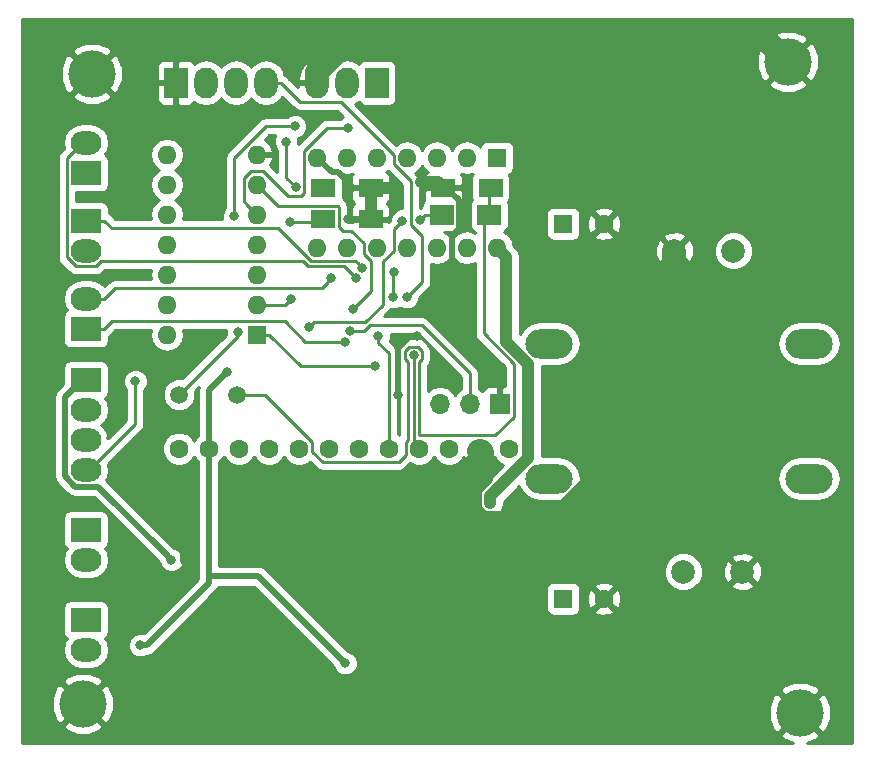
<source format=gbl>
G04 #@! TF.FileFunction,Copper,L2,Bot,Signal*
%FSLAX46Y46*%
G04 Gerber Fmt 4.6, Leading zero omitted, Abs format (unit mm)*
G04 Created by KiCad (PCBNEW 4.0.2+dfsg1-stable) date ven. 05 janv. 2018 23:18:11 CET*
%MOMM*%
G01*
G04 APERTURE LIST*
%ADD10C,0.100000*%
%ADD11R,2.000000X1.600000*%
%ADD12R,1.600000X1.600000*%
%ADD13C,1.600000*%
%ADD14O,4.000000X2.500000*%
%ADD15C,2.000000*%
%ADD16C,4.000000*%
%ADD17R,2.000000X1.700000*%
%ADD18R,1.700000X1.700000*%
%ADD19O,1.700000X1.700000*%
%ADD20O,1.600000X1.600000*%
%ADD21R,2.600000X2.000000*%
%ADD22O,2.600000X2.000000*%
%ADD23C,1.500000*%
%ADD24R,2.000000X2.600000*%
%ADD25O,2.000000X2.600000*%
%ADD26C,0.800000*%
%ADD27C,0.250000*%
%ADD28C,0.500000*%
%ADD29C,2.000000*%
%ADD30C,1.000000*%
%ADD31C,0.254000*%
G04 APERTURE END LIST*
D10*
D11*
X118904000Y-85852000D03*
X122904000Y-85852000D03*
D12*
X139192000Y-88900000D03*
D13*
X142692000Y-88900000D03*
D14*
X138020000Y-99060000D03*
X160020000Y-99060000D03*
D15*
X153630000Y-91186000D03*
X148630000Y-91186000D03*
D16*
X158242000Y-75184000D03*
D17*
X128937000Y-88138000D03*
X132937000Y-88138000D03*
D18*
X133858000Y-104140000D03*
D19*
X131318000Y-104140000D03*
X128778000Y-104140000D03*
D11*
X133064000Y-85852000D03*
X129064000Y-85852000D03*
D12*
X133604000Y-83312000D03*
D20*
X118364000Y-90932000D03*
X131064000Y-83312000D03*
X120904000Y-90932000D03*
X128524000Y-83312000D03*
X123444000Y-90932000D03*
X125984000Y-83312000D03*
X125984000Y-90932000D03*
X123444000Y-83312000D03*
X128524000Y-90932000D03*
X120904000Y-83312000D03*
X131064000Y-90932000D03*
X118364000Y-83312000D03*
X133604000Y-90932000D03*
D21*
X98806000Y-122428000D03*
D22*
X98806000Y-124968000D03*
D16*
X98552000Y-129540000D03*
D21*
X98806000Y-114808000D03*
D22*
X98806000Y-117348000D03*
D21*
X98806000Y-102108000D03*
D22*
X98806000Y-104648000D03*
X98806000Y-107188000D03*
X98806000Y-109728000D03*
D23*
X106680000Y-103378000D03*
X111580000Y-103378000D03*
D13*
X134620000Y-107950000D03*
X132080000Y-107950000D03*
X129540000Y-107950000D03*
X127000000Y-107950000D03*
X124460000Y-107950000D03*
X121920000Y-107950000D03*
X119380000Y-107950000D03*
X116840000Y-107950000D03*
X114300000Y-107950000D03*
X111760000Y-107950000D03*
X109220000Y-107950000D03*
X106680000Y-107950000D03*
D24*
X106426000Y-76962000D03*
D25*
X108966000Y-76962000D03*
X111506000Y-76962000D03*
X114046000Y-76962000D03*
D24*
X123444000Y-76962000D03*
D25*
X120904000Y-76962000D03*
X118364000Y-76962000D03*
D11*
X118904000Y-88519000D03*
X122904000Y-88519000D03*
D12*
X139192000Y-120650000D03*
D13*
X142692000Y-120650000D03*
D14*
X138020000Y-110490000D03*
X160020000Y-110490000D03*
D15*
X149392000Y-118364000D03*
X154392000Y-118364000D03*
D16*
X159258000Y-130302000D03*
X99314000Y-76200000D03*
D12*
X113284000Y-98298000D03*
D20*
X105664000Y-83058000D03*
X113284000Y-95758000D03*
X105664000Y-85598000D03*
X113284000Y-93218000D03*
X105664000Y-88138000D03*
X113284000Y-90678000D03*
X105664000Y-90678000D03*
X113284000Y-88138000D03*
X105664000Y-93218000D03*
X113284000Y-85598000D03*
X105664000Y-95758000D03*
X113284000Y-83058000D03*
X105664000Y-98298000D03*
D21*
X98806000Y-88646000D03*
D22*
X98806000Y-91186000D03*
D21*
X98806000Y-97790000D03*
D22*
X98806000Y-95250000D03*
D21*
X98806000Y-84582000D03*
D22*
X98806000Y-82042000D03*
D26*
X116078000Y-88773000D03*
X111662629Y-98068120D03*
X107289600Y-117348000D03*
X103073200Y-107848400D03*
X128422400Y-94945200D03*
X126847600Y-98450400D03*
X125222000Y-103378000D03*
X127203200Y-85394800D03*
X125120400Y-85852000D03*
X121005600Y-88493600D03*
X115742121Y-81957990D03*
X118904000Y-85852000D03*
X116553921Y-85801980D03*
X106037190Y-117348000D03*
X133045200Y-112572800D03*
X120777000Y-126111000D03*
X103378000Y-124587000D03*
X110744000Y-101473000D03*
X121144530Y-97988011D03*
X102997000Y-102235000D03*
X121629979Y-93457291D03*
X120705910Y-98886696D03*
X119596759Y-93532079D03*
X121031000Y-80772000D03*
X122210990Y-92643381D03*
X124871156Y-92951076D03*
X124841000Y-95123000D03*
X125984000Y-95123000D03*
X127053012Y-88625066D03*
X125603000Y-88646000D03*
X117729000Y-97663000D03*
X123315573Y-100985010D03*
X116205000Y-95250000D03*
X121412000Y-96139000D03*
X123571000Y-98425000D03*
X126542800Y-100025200D03*
X116515376Y-80645791D03*
X111379000Y-88265000D03*
D27*
X116078000Y-88773000D02*
X118650000Y-88773000D01*
X118650000Y-88773000D02*
X118904000Y-88519000D01*
X111662629Y-98395371D02*
X111662629Y-98068120D01*
X106680000Y-103378000D02*
X111662629Y-98395371D01*
D28*
X126281915Y-98450400D02*
X126847600Y-98450400D01*
X126231410Y-98450400D02*
X126281915Y-98450400D01*
D29*
X131345190Y-113276967D02*
X131345190Y-111252903D01*
D28*
X125222000Y-99459810D02*
X126231410Y-98450400D01*
X125222000Y-103378000D02*
X125222000Y-99459810D01*
D29*
X132341033Y-114272810D02*
X131345190Y-113276967D01*
X131345190Y-111252903D02*
X132341033Y-110257060D01*
X132341033Y-110257060D02*
X132341033Y-108211033D01*
X132341033Y-108211033D02*
X132280009Y-108150009D01*
X132280009Y-108150009D02*
X132080000Y-108150009D01*
X148630000Y-91186000D02*
X148630000Y-104094837D01*
X148630000Y-104094837D02*
X138452027Y-114272810D01*
X138452027Y-114272810D02*
X132341033Y-114272810D01*
X132341033Y-114272810D02*
X132165023Y-114096800D01*
X118364000Y-76962000D02*
X118364000Y-76090717D01*
X118364000Y-76090717D02*
X121270716Y-73184001D01*
X121270716Y-73184001D02*
X156242001Y-73184001D01*
X156242001Y-73184001D02*
X158242000Y-75184000D01*
D30*
X107289600Y-112064800D02*
X107289600Y-117348000D01*
X103073200Y-107848400D02*
X107289600Y-112064800D01*
D28*
X118364000Y-83312000D02*
X119614001Y-84562001D01*
X119614001Y-84562001D02*
X120114001Y-84562001D01*
X120114001Y-84562001D02*
X121404000Y-85852000D01*
X121404000Y-85852000D02*
X122904000Y-85852000D01*
X128422400Y-94945200D02*
X129774001Y-93593599D01*
X129774001Y-93593599D02*
X129774001Y-89961001D01*
X129774001Y-89961001D02*
X130387001Y-89348001D01*
X130387001Y-89348001D02*
X130387001Y-86927999D01*
X130387001Y-86927999D02*
X129311002Y-85852000D01*
X129311002Y-85852000D02*
X129064000Y-85852000D01*
D30*
X127203200Y-85394800D02*
X128606800Y-85394800D01*
X128606800Y-85394800D02*
X129064000Y-85852000D01*
X122904000Y-85852000D02*
X125120400Y-85852000D01*
X122904000Y-88519000D02*
X122904000Y-85852000D01*
D28*
X121005600Y-88493600D02*
X122878600Y-88493600D01*
X122878600Y-88493600D02*
X122904000Y-88519000D01*
X129264000Y-85852000D02*
X129064000Y-85852000D01*
X133858000Y-104140000D02*
X133858000Y-104013000D01*
D27*
X135033001Y-100747471D02*
X132478999Y-98193469D01*
X132478999Y-88596001D02*
X132937000Y-88138000D01*
X135033001Y-105250001D02*
X135033001Y-100747471D01*
X118839999Y-109075001D02*
X125289999Y-109075001D01*
X133458003Y-106824999D02*
X135033001Y-105250001D01*
X126092790Y-100648192D02*
X125817799Y-100373201D01*
X126992810Y-106824999D02*
X133458003Y-106824999D01*
X126992810Y-100648192D02*
X126992810Y-106824999D01*
X127267801Y-99677199D02*
X127267801Y-100373201D01*
X125817799Y-99677199D02*
X126194799Y-99300199D01*
X127267801Y-100373201D02*
X126992810Y-100648192D01*
X125817799Y-100373201D02*
X125817799Y-99677199D01*
X126092790Y-107192208D02*
X126092790Y-100648192D01*
X126890801Y-99300199D02*
X127267801Y-99677199D01*
X125874999Y-107409999D02*
X126092790Y-107192208D01*
X132478999Y-98193469D02*
X132478999Y-88596001D01*
X125874999Y-108490001D02*
X125874999Y-107409999D01*
X125289999Y-109075001D02*
X125874999Y-108490001D01*
X117965001Y-108200003D02*
X118839999Y-109075001D01*
X117965001Y-107409999D02*
X117965001Y-108200003D01*
X126194799Y-99300199D02*
X126890801Y-99300199D01*
X113933002Y-103378000D02*
X117965001Y-107409999D01*
X111580000Y-103378000D02*
X113933002Y-103378000D01*
X132937000Y-88138000D02*
X132937000Y-85979000D01*
X132937000Y-85979000D02*
X133064000Y-85852000D01*
X115742121Y-84990180D02*
X115742121Y-82523675D01*
X115742121Y-82523675D02*
X115742121Y-81957990D01*
X116553921Y-85801980D02*
X115742121Y-84990180D01*
D28*
X98506000Y-102108000D02*
X97006000Y-103608000D01*
X97006000Y-103608000D02*
X97006000Y-110278623D01*
X99867200Y-111178010D02*
X105637191Y-116948001D01*
X105637191Y-116948001D02*
X106037190Y-117348000D01*
X97006000Y-110278623D02*
X97905387Y-111178010D01*
X97905387Y-111178010D02*
X99867200Y-111178010D01*
X98806000Y-102108000D02*
X98506000Y-102108000D01*
D30*
X136245600Y-100793330D02*
X136245600Y-108756670D01*
X136245600Y-108756670D02*
X133045200Y-111957070D01*
X133045200Y-111957070D02*
X133045200Y-112572800D01*
X133604000Y-90932000D02*
X134403999Y-91731999D01*
X134403999Y-98951729D02*
X136245600Y-100793330D01*
X134403999Y-91731999D02*
X134403999Y-98951729D01*
D28*
X109220000Y-119310685D02*
X109220000Y-118745000D01*
X103943685Y-124587000D02*
X109220000Y-119310685D01*
X103378000Y-124587000D02*
X103943685Y-124587000D01*
X109220000Y-118745000D02*
X113411000Y-118745000D01*
X113411000Y-118745000D02*
X120777000Y-126111000D01*
X109220000Y-118745000D02*
X109220000Y-107950000D01*
X110744000Y-101473000D02*
X109220000Y-102997000D01*
X109220000Y-102997000D02*
X109220000Y-107950000D01*
D27*
X122358400Y-97988011D02*
X121710215Y-97988011D01*
X121710215Y-97988011D02*
X121144530Y-97988011D01*
X131318000Y-104140000D02*
X131318000Y-101542996D01*
X131318000Y-101542996D02*
X127246402Y-97471398D01*
X127246402Y-97471398D02*
X122875013Y-97471398D01*
X122875013Y-97471398D02*
X122358400Y-97988011D01*
X102997000Y-102235000D02*
X102997000Y-105837000D01*
X102997000Y-105837000D02*
X99106000Y-109728000D01*
X99106000Y-109728000D02*
X98806000Y-109728000D01*
X117637599Y-92507012D02*
X120679700Y-92507012D01*
X121229980Y-93057292D02*
X121629979Y-93457291D01*
X98806000Y-82042000D02*
X98506000Y-82042000D01*
X98506000Y-82042000D02*
X97180999Y-83367001D01*
X117223587Y-92092999D02*
X117637599Y-92507012D01*
X97180999Y-83367001D02*
X97180999Y-91734846D01*
X97957163Y-92511010D02*
X99654837Y-92511010D01*
X97180999Y-91734846D02*
X97957163Y-92511010D01*
X100072848Y-92092999D02*
X117223587Y-92092999D01*
X120679700Y-92507012D02*
X121229980Y-93057292D01*
X99654837Y-92511010D02*
X100072848Y-92092999D01*
X115674710Y-97172999D02*
X117388407Y-98886696D01*
X98806000Y-97790000D02*
X100356000Y-97790000D01*
X117388407Y-98886696D02*
X120140225Y-98886696D01*
X120140225Y-98886696D02*
X120705910Y-98886696D01*
X100356000Y-97790000D02*
X100973001Y-97172999D01*
X100973001Y-97172999D02*
X115674710Y-97172999D01*
X119196760Y-93932078D02*
X119596759Y-93532079D01*
X98806000Y-95250000D02*
X100356000Y-95250000D01*
X101262999Y-94343001D02*
X118785837Y-94343001D01*
X100356000Y-95250000D02*
X101262999Y-94343001D01*
X118785837Y-94343001D02*
X119196760Y-93932078D01*
X112484001Y-87338001D02*
X113284000Y-88138000D01*
X117238999Y-82771999D02*
X117238999Y-85431997D01*
X112158999Y-87012999D02*
X112484001Y-87338001D01*
X112743999Y-84472999D02*
X112158999Y-85057999D01*
X115877992Y-86526990D02*
X113824001Y-84472999D01*
X117283780Y-86295809D02*
X117052599Y-86526990D01*
X117283780Y-85476778D02*
X117283780Y-86295809D01*
X121031000Y-80772000D02*
X119238998Y-80772000D01*
X113824001Y-84472999D02*
X112743999Y-84472999D01*
X117052599Y-86526990D02*
X115877992Y-86526990D01*
X119238998Y-80772000D02*
X117238999Y-82771999D01*
X117238999Y-85431997D02*
X117283780Y-85476778D01*
X112158999Y-85057999D02*
X112158999Y-87012999D01*
X115029999Y-89263001D02*
X117823999Y-92057001D01*
X100973001Y-89263001D02*
X115029999Y-89263001D01*
X98806000Y-88646000D02*
X100356000Y-88646000D01*
X121624610Y-92057001D02*
X121810991Y-92243382D01*
X100356000Y-88646000D02*
X100973001Y-89263001D01*
X117823999Y-92057001D02*
X121624610Y-92057001D01*
X121810991Y-92243382D02*
X122210990Y-92643381D01*
X124841000Y-95123000D02*
X124841000Y-92981232D01*
X124841000Y-92981232D02*
X124871156Y-92951076D01*
X115296000Y-76962000D02*
X114046000Y-76962000D01*
X124858999Y-83061997D02*
X120384012Y-78587010D01*
X124858999Y-83852001D02*
X124858999Y-83061997D01*
X127292301Y-89958301D02*
X126328002Y-88994002D01*
X127292301Y-93814699D02*
X127292301Y-89958301D01*
X120384012Y-78587010D02*
X116921010Y-78587010D01*
X126328002Y-85321004D02*
X124858999Y-83852001D01*
X116921010Y-78587010D02*
X115296000Y-76962000D01*
X125984000Y-95123000D02*
X127292301Y-93814699D01*
X126328002Y-88994002D02*
X126328002Y-85321004D01*
X127540078Y-88138000D02*
X127453011Y-88225067D01*
X128937000Y-88138000D02*
X127540078Y-88138000D01*
X127453011Y-88225067D02*
X127053012Y-88625066D01*
X124858999Y-89390001D02*
X125603000Y-88646000D01*
X123952000Y-95758000D02*
X123952000Y-92089002D01*
X123952000Y-92089002D02*
X124858999Y-91182003D01*
X124858999Y-91182003D02*
X124858999Y-89390001D01*
X122446999Y-97263001D02*
X123952000Y-95758000D01*
X118128999Y-97263001D02*
X122446999Y-97263001D01*
X117729000Y-97663000D02*
X118128999Y-97263001D01*
X114334000Y-98298000D02*
X117021010Y-100985010D01*
X122749888Y-100985010D02*
X123315573Y-100985010D01*
X113284000Y-98298000D02*
X114334000Y-98298000D01*
X117021010Y-100985010D02*
X122749888Y-100985010D01*
X115697000Y-95758000D02*
X113284000Y-95758000D01*
X116205000Y-95250000D02*
X115697000Y-95758000D01*
X122936000Y-94615000D02*
X122936000Y-92057001D01*
X120164001Y-87393999D02*
X115079999Y-87393999D01*
X120229001Y-89171003D02*
X120229001Y-87458999D01*
X120555999Y-89498001D02*
X120229001Y-89171003D01*
X122318999Y-91440000D02*
X122318999Y-90564999D01*
X122318999Y-90564999D02*
X121252001Y-89498001D01*
X121252001Y-89498001D02*
X120555999Y-89498001D01*
X120229001Y-87458999D02*
X120164001Y-87393999D01*
X122936000Y-92057001D02*
X122318999Y-91440000D01*
X121412000Y-96139000D02*
X122936000Y-94615000D01*
X114083999Y-86397999D02*
X113284000Y-85598000D01*
X115079999Y-87393999D02*
X114083999Y-86397999D01*
X124460000Y-106818630D02*
X124460000Y-107950000D01*
X124460000Y-99879685D02*
X124460000Y-106818630D01*
X123571000Y-98990685D02*
X124460000Y-99879685D01*
X123571000Y-98425000D02*
X123571000Y-98990685D01*
X126542800Y-100025200D02*
X126542800Y-107492800D01*
X126542800Y-107492800D02*
X127000000Y-107950000D01*
X114031207Y-80645791D02*
X115949691Y-80645791D01*
X115949691Y-80645791D02*
X116515376Y-80645791D01*
X111379000Y-88265000D02*
X111379000Y-83297998D01*
X111379000Y-83297998D02*
X114031207Y-80645791D01*
D31*
G36*
X163628000Y-132894000D02*
X159896708Y-132894000D01*
X160732647Y-132547743D01*
X160953416Y-132177022D01*
X159258000Y-130481605D01*
X157562584Y-132177022D01*
X157783353Y-132547743D01*
X158638626Y-132894000D01*
X93420000Y-132894000D01*
X93420000Y-131415022D01*
X96856584Y-131415022D01*
X97077353Y-131785743D01*
X98049012Y-132179119D01*
X99097247Y-132170713D01*
X100026647Y-131785743D01*
X100247416Y-131415022D01*
X98552000Y-129719605D01*
X96856584Y-131415022D01*
X93420000Y-131415022D01*
X93420000Y-129037012D01*
X95912881Y-129037012D01*
X95921287Y-130085247D01*
X96306257Y-131014647D01*
X96676978Y-131235416D01*
X98372395Y-129540000D01*
X98731605Y-129540000D01*
X100427022Y-131235416D01*
X100797743Y-131014647D01*
X101191119Y-130042988D01*
X101189163Y-129799012D01*
X156618881Y-129799012D01*
X156627287Y-130847247D01*
X157012257Y-131776647D01*
X157382978Y-131997416D01*
X159078395Y-130302000D01*
X159437605Y-130302000D01*
X161133022Y-131997416D01*
X161503743Y-131776647D01*
X161897119Y-130804988D01*
X161888713Y-129756753D01*
X161503743Y-128827353D01*
X161133022Y-128606584D01*
X159437605Y-130302000D01*
X159078395Y-130302000D01*
X157382978Y-128606584D01*
X157012257Y-128827353D01*
X156618881Y-129799012D01*
X101189163Y-129799012D01*
X101182713Y-128994753D01*
X100947533Y-128426978D01*
X157562584Y-128426978D01*
X159258000Y-130122395D01*
X160953416Y-128426978D01*
X160732647Y-128056257D01*
X159760988Y-127662881D01*
X158712753Y-127671287D01*
X157783353Y-128056257D01*
X157562584Y-128426978D01*
X100947533Y-128426978D01*
X100797743Y-128065353D01*
X100427022Y-127844584D01*
X98731605Y-129540000D01*
X98372395Y-129540000D01*
X96676978Y-127844584D01*
X96306257Y-128065353D01*
X95912881Y-129037012D01*
X93420000Y-129037012D01*
X93420000Y-127664978D01*
X96856584Y-127664978D01*
X98552000Y-129360395D01*
X100247416Y-127664978D01*
X100026647Y-127294257D01*
X99054988Y-126900881D01*
X98006753Y-126909287D01*
X97077353Y-127294257D01*
X96856584Y-127664978D01*
X93420000Y-127664978D01*
X93420000Y-124968000D01*
X96833091Y-124968000D01*
X96957548Y-125593687D01*
X97311971Y-126124120D01*
X97842404Y-126478543D01*
X98468091Y-126603000D01*
X99143909Y-126603000D01*
X99769596Y-126478543D01*
X100300029Y-126124120D01*
X100654452Y-125593687D01*
X100778909Y-124968000D01*
X100654452Y-124342313D01*
X100414907Y-123983808D01*
X100557441Y-123892090D01*
X100702431Y-123679890D01*
X100753440Y-123428000D01*
X100753440Y-121428000D01*
X100709162Y-121192683D01*
X100570090Y-120976559D01*
X100357890Y-120831569D01*
X100106000Y-120780560D01*
X97506000Y-120780560D01*
X97270683Y-120824838D01*
X97054559Y-120963910D01*
X96909569Y-121176110D01*
X96858560Y-121428000D01*
X96858560Y-123428000D01*
X96902838Y-123663317D01*
X97041910Y-123879441D01*
X97196329Y-123984951D01*
X96957548Y-124342313D01*
X96833091Y-124968000D01*
X93420000Y-124968000D01*
X93420000Y-117348000D01*
X96833091Y-117348000D01*
X96957548Y-117973687D01*
X97311971Y-118504120D01*
X97842404Y-118858543D01*
X98468091Y-118983000D01*
X99143909Y-118983000D01*
X99769596Y-118858543D01*
X100300029Y-118504120D01*
X100654452Y-117973687D01*
X100778909Y-117348000D01*
X100654452Y-116722313D01*
X100414907Y-116363808D01*
X100557441Y-116272090D01*
X100702431Y-116059890D01*
X100753440Y-115808000D01*
X100753440Y-113808000D01*
X100709162Y-113572683D01*
X100570090Y-113356559D01*
X100357890Y-113211569D01*
X100106000Y-113160560D01*
X97506000Y-113160560D01*
X97270683Y-113204838D01*
X97054559Y-113343910D01*
X96909569Y-113556110D01*
X96858560Y-113808000D01*
X96858560Y-115808000D01*
X96902838Y-116043317D01*
X97041910Y-116259441D01*
X97196329Y-116364951D01*
X96957548Y-116722313D01*
X96833091Y-117348000D01*
X93420000Y-117348000D01*
X93420000Y-103608000D01*
X96120999Y-103608000D01*
X96121000Y-103608005D01*
X96121000Y-110278618D01*
X96120999Y-110278623D01*
X96175422Y-110552220D01*
X96188367Y-110617298D01*
X96336727Y-110839335D01*
X96380210Y-110904413D01*
X97279595Y-111803797D01*
X97279597Y-111803800D01*
X97566712Y-111995643D01*
X97905387Y-112063010D01*
X99500620Y-112063010D01*
X105010058Y-117572447D01*
X105159248Y-117933515D01*
X105450144Y-118224919D01*
X105830413Y-118382820D01*
X106242161Y-118383179D01*
X106622705Y-118225942D01*
X106914109Y-117935046D01*
X107072010Y-117554777D01*
X107072369Y-117143029D01*
X106915132Y-116762485D01*
X106624236Y-116471081D01*
X106261037Y-116320268D01*
X100510258Y-110569488D01*
X100654452Y-110353687D01*
X100778909Y-109728000D01*
X100679677Y-109229125D01*
X103534401Y-106374401D01*
X103699148Y-106127839D01*
X103757000Y-105837000D01*
X103757000Y-102938761D01*
X103873919Y-102822046D01*
X104031820Y-102441777D01*
X104032179Y-102030029D01*
X103874942Y-101649485D01*
X103584046Y-101358081D01*
X103203777Y-101200180D01*
X102792029Y-101199821D01*
X102411485Y-101357058D01*
X102120081Y-101647954D01*
X101962180Y-102028223D01*
X101961821Y-102439971D01*
X102119058Y-102820515D01*
X102237000Y-102938663D01*
X102237000Y-105522198D01*
X100698200Y-107060998D01*
X100576778Y-107060998D01*
X100696124Y-106807566D01*
X100665144Y-106679645D01*
X100351922Y-106121683D01*
X100109812Y-105931219D01*
X100300029Y-105804120D01*
X100654452Y-105273687D01*
X100778909Y-104648000D01*
X100654452Y-104022313D01*
X100414907Y-103663808D01*
X100557441Y-103572090D01*
X100702431Y-103359890D01*
X100753440Y-103108000D01*
X100753440Y-101108000D01*
X100709162Y-100872683D01*
X100570090Y-100656559D01*
X100357890Y-100511569D01*
X100106000Y-100460560D01*
X97506000Y-100460560D01*
X97270683Y-100504838D01*
X97054559Y-100643910D01*
X96909569Y-100856110D01*
X96858560Y-101108000D01*
X96858560Y-102503860D01*
X96380210Y-102982210D01*
X96188367Y-103269325D01*
X96188367Y-103269326D01*
X96120999Y-103608000D01*
X93420000Y-103608000D01*
X93420000Y-83367001D01*
X96420999Y-83367001D01*
X96420999Y-91734846D01*
X96478851Y-92025685D01*
X96643598Y-92272247D01*
X97419762Y-93048411D01*
X97666324Y-93213158D01*
X97957163Y-93271010D01*
X99654837Y-93271010D01*
X99945676Y-93213158D01*
X100192238Y-93048411D01*
X100387650Y-92852999D01*
X104273490Y-92852999D01*
X104200887Y-93218000D01*
X104273490Y-93583001D01*
X101262999Y-93583001D01*
X100972159Y-93640853D01*
X100725598Y-93805600D01*
X100355019Y-94176179D01*
X100300029Y-94093880D01*
X99769596Y-93739457D01*
X99143909Y-93615000D01*
X98468091Y-93615000D01*
X97842404Y-93739457D01*
X97311971Y-94093880D01*
X96957548Y-94624313D01*
X96833091Y-95250000D01*
X96957548Y-95875687D01*
X97197093Y-96234192D01*
X97054559Y-96325910D01*
X96909569Y-96538110D01*
X96858560Y-96790000D01*
X96858560Y-98790000D01*
X96902838Y-99025317D01*
X97041910Y-99241441D01*
X97254110Y-99386431D01*
X97506000Y-99437440D01*
X100106000Y-99437440D01*
X100341317Y-99393162D01*
X100557441Y-99254090D01*
X100702431Y-99041890D01*
X100753440Y-98790000D01*
X100753440Y-98420920D01*
X100893401Y-98327401D01*
X101287803Y-97932999D01*
X104273490Y-97932999D01*
X104200887Y-98298000D01*
X104310120Y-98847151D01*
X104621189Y-99312698D01*
X105086736Y-99623767D01*
X105635887Y-99733000D01*
X105692113Y-99733000D01*
X106241264Y-99623767D01*
X106706811Y-99312698D01*
X107017880Y-98847151D01*
X107127113Y-98298000D01*
X107054510Y-97932999D01*
X110627747Y-97932999D01*
X110627450Y-98273091D01*
X110651617Y-98331580D01*
X106980200Y-102002998D01*
X106956702Y-101993241D01*
X106405715Y-101992760D01*
X105896485Y-102203169D01*
X105506539Y-102592436D01*
X105295241Y-103101298D01*
X105294760Y-103652285D01*
X105505169Y-104161515D01*
X105894436Y-104551461D01*
X106403298Y-104762759D01*
X106954285Y-104763240D01*
X107463515Y-104552831D01*
X107853461Y-104163564D01*
X108064759Y-103654702D01*
X108065240Y-103103715D01*
X108054670Y-103078133D01*
X108384462Y-102748341D01*
X108334999Y-102997000D01*
X108335000Y-102997005D01*
X108335000Y-106805829D01*
X108004176Y-107136077D01*
X107950138Y-107266215D01*
X107897243Y-107138200D01*
X107493923Y-106734176D01*
X106966691Y-106515250D01*
X106395813Y-106514752D01*
X105868200Y-106732757D01*
X105464176Y-107136077D01*
X105245250Y-107663309D01*
X105244752Y-108234187D01*
X105462757Y-108761800D01*
X105866077Y-109165824D01*
X106393309Y-109384750D01*
X106964187Y-109385248D01*
X107491800Y-109167243D01*
X107895824Y-108763923D01*
X107949862Y-108633785D01*
X108002757Y-108761800D01*
X108335000Y-109094623D01*
X108335000Y-118944106D01*
X103685218Y-123593887D01*
X103584777Y-123552180D01*
X103173029Y-123551821D01*
X102792485Y-123709058D01*
X102501081Y-123999954D01*
X102343180Y-124380223D01*
X102342821Y-124791971D01*
X102500058Y-125172515D01*
X102790954Y-125463919D01*
X103171223Y-125621820D01*
X103582971Y-125622179D01*
X103948980Y-125470948D01*
X104226169Y-125415810D01*
X104282360Y-125404633D01*
X104569475Y-125212790D01*
X109845787Y-119936477D01*
X109845790Y-119936475D01*
X110037633Y-119649360D01*
X110041484Y-119630000D01*
X113044420Y-119630000D01*
X119749869Y-126335448D01*
X119899058Y-126696515D01*
X120189954Y-126987919D01*
X120570223Y-127145820D01*
X120981971Y-127146179D01*
X121362515Y-126988942D01*
X121653919Y-126698046D01*
X121811820Y-126317777D01*
X121812179Y-125906029D01*
X121654942Y-125525485D01*
X121364046Y-125234081D01*
X121000847Y-125083268D01*
X115767580Y-119850000D01*
X137744560Y-119850000D01*
X137744560Y-121450000D01*
X137788838Y-121685317D01*
X137927910Y-121901441D01*
X138140110Y-122046431D01*
X138392000Y-122097440D01*
X139992000Y-122097440D01*
X140227317Y-122053162D01*
X140443441Y-121914090D01*
X140588431Y-121701890D01*
X140597370Y-121657745D01*
X141863861Y-121657745D01*
X141937995Y-121903864D01*
X142475223Y-122096965D01*
X143045454Y-122069778D01*
X143446005Y-121903864D01*
X143520139Y-121657745D01*
X142692000Y-120829605D01*
X141863861Y-121657745D01*
X140597370Y-121657745D01*
X140639440Y-121450000D01*
X140639440Y-120433223D01*
X141245035Y-120433223D01*
X141272222Y-121003454D01*
X141438136Y-121404005D01*
X141684255Y-121478139D01*
X142512395Y-120650000D01*
X142871605Y-120650000D01*
X143699745Y-121478139D01*
X143945864Y-121404005D01*
X144138965Y-120866777D01*
X144111778Y-120296546D01*
X143945864Y-119895995D01*
X143699745Y-119821861D01*
X142871605Y-120650000D01*
X142512395Y-120650000D01*
X141684255Y-119821861D01*
X141438136Y-119895995D01*
X141245035Y-120433223D01*
X140639440Y-120433223D01*
X140639440Y-119850000D01*
X140600351Y-119642255D01*
X141863861Y-119642255D01*
X142692000Y-120470395D01*
X143520139Y-119642255D01*
X143446005Y-119396136D01*
X142908777Y-119203035D01*
X142338546Y-119230222D01*
X141937995Y-119396136D01*
X141863861Y-119642255D01*
X140600351Y-119642255D01*
X140595162Y-119614683D01*
X140456090Y-119398559D01*
X140243890Y-119253569D01*
X139992000Y-119202560D01*
X138392000Y-119202560D01*
X138156683Y-119246838D01*
X137940559Y-119385910D01*
X137795569Y-119598110D01*
X137744560Y-119850000D01*
X115767580Y-119850000D01*
X114605375Y-118687795D01*
X147756716Y-118687795D01*
X148005106Y-119288943D01*
X148464637Y-119749278D01*
X149065352Y-119998716D01*
X149715795Y-119999284D01*
X150316943Y-119750894D01*
X150551715Y-119516532D01*
X153419073Y-119516532D01*
X153517736Y-119783387D01*
X154127461Y-120009908D01*
X154777460Y-119985856D01*
X155266264Y-119783387D01*
X155364927Y-119516532D01*
X154392000Y-118543605D01*
X153419073Y-119516532D01*
X150551715Y-119516532D01*
X150777278Y-119291363D01*
X151026716Y-118690648D01*
X151027232Y-118099461D01*
X152746092Y-118099461D01*
X152770144Y-118749460D01*
X152972613Y-119238264D01*
X153239468Y-119336927D01*
X154212395Y-118364000D01*
X154571605Y-118364000D01*
X155544532Y-119336927D01*
X155811387Y-119238264D01*
X156037908Y-118628539D01*
X156013856Y-117978540D01*
X155811387Y-117489736D01*
X155544532Y-117391073D01*
X154571605Y-118364000D01*
X154212395Y-118364000D01*
X153239468Y-117391073D01*
X152972613Y-117489736D01*
X152746092Y-118099461D01*
X151027232Y-118099461D01*
X151027284Y-118040205D01*
X150778894Y-117439057D01*
X150551703Y-117211468D01*
X153419073Y-117211468D01*
X154392000Y-118184395D01*
X155364927Y-117211468D01*
X155266264Y-116944613D01*
X154656539Y-116718092D01*
X154006540Y-116742144D01*
X153517736Y-116944613D01*
X153419073Y-117211468D01*
X150551703Y-117211468D01*
X150319363Y-116978722D01*
X149718648Y-116729284D01*
X149068205Y-116728716D01*
X148467057Y-116977106D01*
X148006722Y-117436637D01*
X147757284Y-118037352D01*
X147756716Y-118687795D01*
X114605375Y-118687795D01*
X114036790Y-118119210D01*
X113826261Y-117978540D01*
X113749675Y-117927367D01*
X113693484Y-117916190D01*
X113411000Y-117859999D01*
X113410995Y-117860000D01*
X110105000Y-117860000D01*
X110105000Y-109094171D01*
X110435824Y-108763923D01*
X110489862Y-108633785D01*
X110542757Y-108761800D01*
X110946077Y-109165824D01*
X111473309Y-109384750D01*
X112044187Y-109385248D01*
X112571800Y-109167243D01*
X112975824Y-108763923D01*
X113029862Y-108633785D01*
X113082757Y-108761800D01*
X113486077Y-109165824D01*
X114013309Y-109384750D01*
X114584187Y-109385248D01*
X115111800Y-109167243D01*
X115515824Y-108763923D01*
X115569862Y-108633785D01*
X115622757Y-108761800D01*
X116026077Y-109165824D01*
X116553309Y-109384750D01*
X117124187Y-109385248D01*
X117651800Y-109167243D01*
X117754709Y-109064513D01*
X118302598Y-109612402D01*
X118549160Y-109777149D01*
X118839999Y-109835001D01*
X125289999Y-109835001D01*
X125580838Y-109777149D01*
X125827400Y-109612402D01*
X126248187Y-109191615D01*
X126713309Y-109384750D01*
X127284187Y-109385248D01*
X127811800Y-109167243D01*
X128215824Y-108763923D01*
X128269862Y-108633785D01*
X128322757Y-108761800D01*
X128726077Y-109165824D01*
X129253309Y-109384750D01*
X129824187Y-109385248D01*
X130351800Y-109167243D01*
X130561663Y-108957745D01*
X131251861Y-108957745D01*
X131325995Y-109203864D01*
X131863223Y-109396965D01*
X132433454Y-109369778D01*
X132834005Y-109203864D01*
X132908139Y-108957745D01*
X132080000Y-108129605D01*
X131251861Y-108957745D01*
X130561663Y-108957745D01*
X130755824Y-108763923D01*
X130803448Y-108649232D01*
X130826136Y-108704005D01*
X131072255Y-108778139D01*
X131900395Y-107950000D01*
X131886253Y-107935858D01*
X132065858Y-107756253D01*
X132080000Y-107770395D01*
X132094143Y-107756253D01*
X132273748Y-107935858D01*
X132259605Y-107950000D01*
X133087745Y-108778139D01*
X133333864Y-108704005D01*
X133354805Y-108645746D01*
X133402757Y-108761800D01*
X133806077Y-109165824D01*
X134106548Y-109290590D01*
X132242634Y-111154504D01*
X131996597Y-111522724D01*
X131910200Y-111957070D01*
X131910200Y-112572800D01*
X131996597Y-113007146D01*
X132242634Y-113375366D01*
X132610854Y-113621403D01*
X133045200Y-113707800D01*
X133479546Y-113621403D01*
X133847766Y-113375366D01*
X134093803Y-113007146D01*
X134180200Y-112572800D01*
X134180200Y-112427202D01*
X135463455Y-111143947D01*
X135476864Y-111211358D01*
X135885481Y-111822896D01*
X136497019Y-112231513D01*
X137218377Y-112375000D01*
X138821623Y-112375000D01*
X139542981Y-112231513D01*
X140154519Y-111822896D01*
X140563136Y-111211358D01*
X140706623Y-110490000D01*
X157333377Y-110490000D01*
X157476864Y-111211358D01*
X157885481Y-111822896D01*
X158497019Y-112231513D01*
X159218377Y-112375000D01*
X160821623Y-112375000D01*
X161542981Y-112231513D01*
X162154519Y-111822896D01*
X162563136Y-111211358D01*
X162706623Y-110490000D01*
X162563136Y-109768642D01*
X162154519Y-109157104D01*
X161542981Y-108748487D01*
X160821623Y-108605000D01*
X159218377Y-108605000D01*
X158497019Y-108748487D01*
X157885481Y-109157104D01*
X157476864Y-109768642D01*
X157333377Y-110490000D01*
X140706623Y-110490000D01*
X140563136Y-109768642D01*
X140154519Y-109157104D01*
X139542981Y-108748487D01*
X138821623Y-108605000D01*
X137380600Y-108605000D01*
X137380600Y-100945000D01*
X138821623Y-100945000D01*
X139542981Y-100801513D01*
X140154519Y-100392896D01*
X140563136Y-99781358D01*
X140706623Y-99060000D01*
X157333377Y-99060000D01*
X157476864Y-99781358D01*
X157885481Y-100392896D01*
X158497019Y-100801513D01*
X159218377Y-100945000D01*
X160821623Y-100945000D01*
X161542981Y-100801513D01*
X162154519Y-100392896D01*
X162563136Y-99781358D01*
X162706623Y-99060000D01*
X162563136Y-98338642D01*
X162154519Y-97727104D01*
X161542981Y-97318487D01*
X160821623Y-97175000D01*
X159218377Y-97175000D01*
X158497019Y-97318487D01*
X157885481Y-97727104D01*
X157476864Y-98338642D01*
X157333377Y-99060000D01*
X140706623Y-99060000D01*
X140563136Y-98338642D01*
X140154519Y-97727104D01*
X139542981Y-97318487D01*
X138821623Y-97175000D01*
X137218377Y-97175000D01*
X136497019Y-97318487D01*
X135885481Y-97727104D01*
X135538999Y-98245650D01*
X135538999Y-92338532D01*
X147657073Y-92338532D01*
X147755736Y-92605387D01*
X148365461Y-92831908D01*
X149015460Y-92807856D01*
X149504264Y-92605387D01*
X149602927Y-92338532D01*
X148630000Y-91365605D01*
X147657073Y-92338532D01*
X135538999Y-92338532D01*
X135538999Y-91731999D01*
X135452602Y-91297653D01*
X135275565Y-91032698D01*
X135206565Y-90929432D01*
X135198594Y-90921461D01*
X146984092Y-90921461D01*
X147008144Y-91571460D01*
X147210613Y-92060264D01*
X147477468Y-92158927D01*
X148450395Y-91186000D01*
X148809605Y-91186000D01*
X149782532Y-92158927D01*
X150049387Y-92060264D01*
X150253893Y-91509795D01*
X151994716Y-91509795D01*
X152243106Y-92110943D01*
X152702637Y-92571278D01*
X153303352Y-92820716D01*
X153953795Y-92821284D01*
X154554943Y-92572894D01*
X155015278Y-92113363D01*
X155264716Y-91512648D01*
X155265284Y-90862205D01*
X155016894Y-90261057D01*
X154557363Y-89800722D01*
X153956648Y-89551284D01*
X153306205Y-89550716D01*
X152705057Y-89799106D01*
X152244722Y-90258637D01*
X151995284Y-90859352D01*
X151994716Y-91509795D01*
X150253893Y-91509795D01*
X150275908Y-91450539D01*
X150251856Y-90800540D01*
X150049387Y-90311736D01*
X149782532Y-90213073D01*
X148809605Y-91186000D01*
X148450395Y-91186000D01*
X147477468Y-90213073D01*
X147210613Y-90311736D01*
X146984092Y-90921461D01*
X135198594Y-90921461D01*
X135003736Y-90726603D01*
X134929767Y-90354736D01*
X134618698Y-89889189D01*
X134172497Y-89591046D01*
X134388441Y-89452090D01*
X134533431Y-89239890D01*
X134584440Y-88988000D01*
X134584440Y-88100000D01*
X137744560Y-88100000D01*
X137744560Y-89700000D01*
X137788838Y-89935317D01*
X137927910Y-90151441D01*
X138140110Y-90296431D01*
X138392000Y-90347440D01*
X139992000Y-90347440D01*
X140227317Y-90303162D01*
X140443441Y-90164090D01*
X140588431Y-89951890D01*
X140597370Y-89907745D01*
X141863861Y-89907745D01*
X141937995Y-90153864D01*
X142475223Y-90346965D01*
X143045454Y-90319778D01*
X143446005Y-90153864D01*
X143482269Y-90033468D01*
X147657073Y-90033468D01*
X148630000Y-91006395D01*
X149602927Y-90033468D01*
X149504264Y-89766613D01*
X148894539Y-89540092D01*
X148244540Y-89564144D01*
X147755736Y-89766613D01*
X147657073Y-90033468D01*
X143482269Y-90033468D01*
X143520139Y-89907745D01*
X142692000Y-89079605D01*
X141863861Y-89907745D01*
X140597370Y-89907745D01*
X140639440Y-89700000D01*
X140639440Y-88683223D01*
X141245035Y-88683223D01*
X141272222Y-89253454D01*
X141438136Y-89654005D01*
X141684255Y-89728139D01*
X142512395Y-88900000D01*
X142871605Y-88900000D01*
X143699745Y-89728139D01*
X143945864Y-89654005D01*
X144138965Y-89116777D01*
X144111778Y-88546546D01*
X143945864Y-88145995D01*
X143699745Y-88071861D01*
X142871605Y-88900000D01*
X142512395Y-88900000D01*
X141684255Y-88071861D01*
X141438136Y-88145995D01*
X141245035Y-88683223D01*
X140639440Y-88683223D01*
X140639440Y-88100000D01*
X140600351Y-87892255D01*
X141863861Y-87892255D01*
X142692000Y-88720395D01*
X143520139Y-87892255D01*
X143446005Y-87646136D01*
X142908777Y-87453035D01*
X142338546Y-87480222D01*
X141937995Y-87646136D01*
X141863861Y-87892255D01*
X140600351Y-87892255D01*
X140595162Y-87864683D01*
X140456090Y-87648559D01*
X140243890Y-87503569D01*
X139992000Y-87452560D01*
X138392000Y-87452560D01*
X138156683Y-87496838D01*
X137940559Y-87635910D01*
X137795569Y-87848110D01*
X137744560Y-88100000D01*
X134584440Y-88100000D01*
X134584440Y-87288000D01*
X134544179Y-87074031D01*
X134660431Y-86903890D01*
X134711440Y-86652000D01*
X134711440Y-85052000D01*
X134667162Y-84816683D01*
X134605883Y-84721453D01*
X134639317Y-84715162D01*
X134855441Y-84576090D01*
X135000431Y-84363890D01*
X135051440Y-84112000D01*
X135051440Y-82512000D01*
X135007162Y-82276683D01*
X134868090Y-82060559D01*
X134655890Y-81915569D01*
X134404000Y-81864560D01*
X132804000Y-81864560D01*
X132568683Y-81908838D01*
X132352559Y-82047910D01*
X132207569Y-82260110D01*
X132176185Y-82415089D01*
X132078698Y-82269189D01*
X131613151Y-81958120D01*
X131064000Y-81848887D01*
X130514849Y-81958120D01*
X130049302Y-82269189D01*
X129794000Y-82651275D01*
X129538698Y-82269189D01*
X129073151Y-81958120D01*
X128524000Y-81848887D01*
X127974849Y-81958120D01*
X127509302Y-82269189D01*
X127254000Y-82651275D01*
X126998698Y-82269189D01*
X126533151Y-81958120D01*
X125984000Y-81848887D01*
X125434849Y-81958120D01*
X125072223Y-82200419D01*
X121621146Y-78749342D01*
X121888192Y-78570907D01*
X121979910Y-78713441D01*
X122192110Y-78858431D01*
X122444000Y-78909440D01*
X124444000Y-78909440D01*
X124679317Y-78865162D01*
X124895441Y-78726090D01*
X125040431Y-78513890D01*
X125091440Y-78262000D01*
X125091440Y-77059022D01*
X156546584Y-77059022D01*
X156767353Y-77429743D01*
X157739012Y-77823119D01*
X158787247Y-77814713D01*
X159716647Y-77429743D01*
X159937416Y-77059022D01*
X158242000Y-75363605D01*
X156546584Y-77059022D01*
X125091440Y-77059022D01*
X125091440Y-75662000D01*
X125047162Y-75426683D01*
X124908090Y-75210559D01*
X124695890Y-75065569D01*
X124444000Y-75014560D01*
X122444000Y-75014560D01*
X122208683Y-75058838D01*
X121992559Y-75197910D01*
X121887049Y-75352329D01*
X121529687Y-75113548D01*
X120904000Y-74989091D01*
X120278313Y-75113548D01*
X119747880Y-75467971D01*
X119620781Y-75658188D01*
X119430317Y-75416078D01*
X118872355Y-75102856D01*
X118744434Y-75071876D01*
X118491000Y-75191223D01*
X118491000Y-76835000D01*
X118511000Y-76835000D01*
X118511000Y-77089000D01*
X118491000Y-77089000D01*
X118491000Y-77109000D01*
X118237000Y-77109000D01*
X118237000Y-77089000D01*
X116729000Y-77089000D01*
X116729000Y-77320198D01*
X115943802Y-76535000D01*
X116729000Y-76535000D01*
X116729000Y-76835000D01*
X118237000Y-76835000D01*
X118237000Y-75191223D01*
X117983566Y-75071876D01*
X117855645Y-75102856D01*
X117297683Y-75416078D01*
X116902058Y-75918980D01*
X116729000Y-76535000D01*
X115943802Y-76535000D01*
X115833401Y-76424599D01*
X115611876Y-76276581D01*
X115556543Y-75998404D01*
X115202120Y-75467971D01*
X114671687Y-75113548D01*
X114046000Y-74989091D01*
X113420313Y-75113548D01*
X112889880Y-75467971D01*
X112776000Y-75638405D01*
X112662120Y-75467971D01*
X112131687Y-75113548D01*
X111506000Y-74989091D01*
X110880313Y-75113548D01*
X110349880Y-75467971D01*
X110236000Y-75638405D01*
X110122120Y-75467971D01*
X109591687Y-75113548D01*
X108966000Y-74989091D01*
X108340313Y-75113548D01*
X107984594Y-75351231D01*
X107964327Y-75302301D01*
X107785698Y-75123673D01*
X107552309Y-75027000D01*
X106711750Y-75027000D01*
X106553000Y-75185750D01*
X106553000Y-76835000D01*
X106573000Y-76835000D01*
X106573000Y-77089000D01*
X106553000Y-77089000D01*
X106553000Y-78738250D01*
X106711750Y-78897000D01*
X107552309Y-78897000D01*
X107785698Y-78800327D01*
X107964327Y-78621699D01*
X107984594Y-78572769D01*
X108340313Y-78810452D01*
X108966000Y-78934909D01*
X109591687Y-78810452D01*
X110122120Y-78456029D01*
X110236000Y-78285595D01*
X110349880Y-78456029D01*
X110880313Y-78810452D01*
X111506000Y-78934909D01*
X112131687Y-78810452D01*
X112662120Y-78456029D01*
X112776000Y-78285595D01*
X112889880Y-78456029D01*
X113420313Y-78810452D01*
X114046000Y-78934909D01*
X114671687Y-78810452D01*
X115202120Y-78456029D01*
X115407641Y-78148443D01*
X116383609Y-79124411D01*
X116630170Y-79289158D01*
X116921010Y-79347010D01*
X120069210Y-79347010D01*
X120566327Y-79844127D01*
X120445485Y-79894058D01*
X120327337Y-80012000D01*
X119238998Y-80012000D01*
X118948159Y-80069852D01*
X118701597Y-80234599D01*
X116776946Y-82159250D01*
X116777300Y-81753019D01*
X116743566Y-81671376D01*
X117100891Y-81523733D01*
X117392295Y-81232837D01*
X117550196Y-80852568D01*
X117550555Y-80440820D01*
X117393318Y-80060276D01*
X117102422Y-79768872D01*
X116722153Y-79610971D01*
X116310405Y-79610612D01*
X115929861Y-79767849D01*
X115811713Y-79885791D01*
X114031207Y-79885791D01*
X113740368Y-79943643D01*
X113493806Y-80108390D01*
X110841599Y-82760597D01*
X110676852Y-83007159D01*
X110619000Y-83297998D01*
X110619000Y-87561239D01*
X110502081Y-87677954D01*
X110344180Y-88058223D01*
X110343821Y-88469971D01*
X110357469Y-88503001D01*
X107054510Y-88503001D01*
X107127113Y-88138000D01*
X107017880Y-87588849D01*
X106706811Y-87123302D01*
X106324725Y-86868000D01*
X106706811Y-86612698D01*
X107017880Y-86147151D01*
X107127113Y-85598000D01*
X107017880Y-85048849D01*
X106706811Y-84583302D01*
X106324725Y-84328000D01*
X106706811Y-84072698D01*
X107017880Y-83607151D01*
X107127113Y-83058000D01*
X107017880Y-82508849D01*
X106706811Y-82043302D01*
X106241264Y-81732233D01*
X105692113Y-81623000D01*
X105635887Y-81623000D01*
X105086736Y-81732233D01*
X104621189Y-82043302D01*
X104310120Y-82508849D01*
X104200887Y-83058000D01*
X104310120Y-83607151D01*
X104621189Y-84072698D01*
X105003275Y-84328000D01*
X104621189Y-84583302D01*
X104310120Y-85048849D01*
X104200887Y-85598000D01*
X104310120Y-86147151D01*
X104621189Y-86612698D01*
X105003275Y-86868000D01*
X104621189Y-87123302D01*
X104310120Y-87588849D01*
X104200887Y-88138000D01*
X104273490Y-88503001D01*
X101287803Y-88503001D01*
X100893401Y-88108599D01*
X100753440Y-88015080D01*
X100753440Y-87646000D01*
X100709162Y-87410683D01*
X100570090Y-87194559D01*
X100357890Y-87049569D01*
X100106000Y-86998560D01*
X97940999Y-86998560D01*
X97940999Y-86229440D01*
X100106000Y-86229440D01*
X100341317Y-86185162D01*
X100557441Y-86046090D01*
X100702431Y-85833890D01*
X100753440Y-85582000D01*
X100753440Y-83582000D01*
X100709162Y-83346683D01*
X100570090Y-83130559D01*
X100415671Y-83025049D01*
X100654452Y-82667687D01*
X100778909Y-82042000D01*
X100654452Y-81416313D01*
X100300029Y-80885880D01*
X99769596Y-80531457D01*
X99143909Y-80407000D01*
X98468091Y-80407000D01*
X97842404Y-80531457D01*
X97311971Y-80885880D01*
X96957548Y-81416313D01*
X96833091Y-82042000D01*
X96932323Y-82540875D01*
X96643598Y-82829600D01*
X96478851Y-83076162D01*
X96420999Y-83367001D01*
X93420000Y-83367001D01*
X93420000Y-78075022D01*
X97618584Y-78075022D01*
X97839353Y-78445743D01*
X98811012Y-78839119D01*
X99859247Y-78830713D01*
X100788647Y-78445743D01*
X101009416Y-78075022D01*
X99314000Y-76379605D01*
X97618584Y-78075022D01*
X93420000Y-78075022D01*
X93420000Y-75697012D01*
X96674881Y-75697012D01*
X96683287Y-76745247D01*
X97068257Y-77674647D01*
X97438978Y-77895416D01*
X99134395Y-76200000D01*
X99493605Y-76200000D01*
X101189022Y-77895416D01*
X101559743Y-77674647D01*
X101732572Y-77247750D01*
X104791000Y-77247750D01*
X104791000Y-78388310D01*
X104887673Y-78621699D01*
X105066302Y-78800327D01*
X105299691Y-78897000D01*
X106140250Y-78897000D01*
X106299000Y-78738250D01*
X106299000Y-77089000D01*
X104949750Y-77089000D01*
X104791000Y-77247750D01*
X101732572Y-77247750D01*
X101953119Y-76702988D01*
X101944713Y-75654753D01*
X101895396Y-75535690D01*
X104791000Y-75535690D01*
X104791000Y-76676250D01*
X104949750Y-76835000D01*
X106299000Y-76835000D01*
X106299000Y-75185750D01*
X106140250Y-75027000D01*
X105299691Y-75027000D01*
X105066302Y-75123673D01*
X104887673Y-75302301D01*
X104791000Y-75535690D01*
X101895396Y-75535690D01*
X101559743Y-74725353D01*
X101485285Y-74681012D01*
X155602881Y-74681012D01*
X155611287Y-75729247D01*
X155996257Y-76658647D01*
X156366978Y-76879416D01*
X158062395Y-75184000D01*
X158421605Y-75184000D01*
X160117022Y-76879416D01*
X160487743Y-76658647D01*
X160881119Y-75686988D01*
X160872713Y-74638753D01*
X160487743Y-73709353D01*
X160117022Y-73488584D01*
X158421605Y-75184000D01*
X158062395Y-75184000D01*
X156366978Y-73488584D01*
X155996257Y-73709353D01*
X155602881Y-74681012D01*
X101485285Y-74681012D01*
X101189022Y-74504584D01*
X99493605Y-76200000D01*
X99134395Y-76200000D01*
X97438978Y-74504584D01*
X97068257Y-74725353D01*
X96674881Y-75697012D01*
X93420000Y-75697012D01*
X93420000Y-74324978D01*
X97618584Y-74324978D01*
X99314000Y-76020395D01*
X101009416Y-74324978D01*
X100788647Y-73954257D01*
X99816988Y-73560881D01*
X98768753Y-73569287D01*
X97839353Y-73954257D01*
X97618584Y-74324978D01*
X93420000Y-74324978D01*
X93420000Y-73308978D01*
X156546584Y-73308978D01*
X158242000Y-75004395D01*
X159937416Y-73308978D01*
X159716647Y-72938257D01*
X158744988Y-72544881D01*
X157696753Y-72553287D01*
X156767353Y-72938257D01*
X156546584Y-73308978D01*
X93420000Y-73308978D01*
X93420000Y-71576000D01*
X163628000Y-71576000D01*
X163628000Y-132894000D01*
X163628000Y-132894000D01*
G37*
X163628000Y-132894000D02*
X159896708Y-132894000D01*
X160732647Y-132547743D01*
X160953416Y-132177022D01*
X159258000Y-130481605D01*
X157562584Y-132177022D01*
X157783353Y-132547743D01*
X158638626Y-132894000D01*
X93420000Y-132894000D01*
X93420000Y-131415022D01*
X96856584Y-131415022D01*
X97077353Y-131785743D01*
X98049012Y-132179119D01*
X99097247Y-132170713D01*
X100026647Y-131785743D01*
X100247416Y-131415022D01*
X98552000Y-129719605D01*
X96856584Y-131415022D01*
X93420000Y-131415022D01*
X93420000Y-129037012D01*
X95912881Y-129037012D01*
X95921287Y-130085247D01*
X96306257Y-131014647D01*
X96676978Y-131235416D01*
X98372395Y-129540000D01*
X98731605Y-129540000D01*
X100427022Y-131235416D01*
X100797743Y-131014647D01*
X101191119Y-130042988D01*
X101189163Y-129799012D01*
X156618881Y-129799012D01*
X156627287Y-130847247D01*
X157012257Y-131776647D01*
X157382978Y-131997416D01*
X159078395Y-130302000D01*
X159437605Y-130302000D01*
X161133022Y-131997416D01*
X161503743Y-131776647D01*
X161897119Y-130804988D01*
X161888713Y-129756753D01*
X161503743Y-128827353D01*
X161133022Y-128606584D01*
X159437605Y-130302000D01*
X159078395Y-130302000D01*
X157382978Y-128606584D01*
X157012257Y-128827353D01*
X156618881Y-129799012D01*
X101189163Y-129799012D01*
X101182713Y-128994753D01*
X100947533Y-128426978D01*
X157562584Y-128426978D01*
X159258000Y-130122395D01*
X160953416Y-128426978D01*
X160732647Y-128056257D01*
X159760988Y-127662881D01*
X158712753Y-127671287D01*
X157783353Y-128056257D01*
X157562584Y-128426978D01*
X100947533Y-128426978D01*
X100797743Y-128065353D01*
X100427022Y-127844584D01*
X98731605Y-129540000D01*
X98372395Y-129540000D01*
X96676978Y-127844584D01*
X96306257Y-128065353D01*
X95912881Y-129037012D01*
X93420000Y-129037012D01*
X93420000Y-127664978D01*
X96856584Y-127664978D01*
X98552000Y-129360395D01*
X100247416Y-127664978D01*
X100026647Y-127294257D01*
X99054988Y-126900881D01*
X98006753Y-126909287D01*
X97077353Y-127294257D01*
X96856584Y-127664978D01*
X93420000Y-127664978D01*
X93420000Y-124968000D01*
X96833091Y-124968000D01*
X96957548Y-125593687D01*
X97311971Y-126124120D01*
X97842404Y-126478543D01*
X98468091Y-126603000D01*
X99143909Y-126603000D01*
X99769596Y-126478543D01*
X100300029Y-126124120D01*
X100654452Y-125593687D01*
X100778909Y-124968000D01*
X100654452Y-124342313D01*
X100414907Y-123983808D01*
X100557441Y-123892090D01*
X100702431Y-123679890D01*
X100753440Y-123428000D01*
X100753440Y-121428000D01*
X100709162Y-121192683D01*
X100570090Y-120976559D01*
X100357890Y-120831569D01*
X100106000Y-120780560D01*
X97506000Y-120780560D01*
X97270683Y-120824838D01*
X97054559Y-120963910D01*
X96909569Y-121176110D01*
X96858560Y-121428000D01*
X96858560Y-123428000D01*
X96902838Y-123663317D01*
X97041910Y-123879441D01*
X97196329Y-123984951D01*
X96957548Y-124342313D01*
X96833091Y-124968000D01*
X93420000Y-124968000D01*
X93420000Y-117348000D01*
X96833091Y-117348000D01*
X96957548Y-117973687D01*
X97311971Y-118504120D01*
X97842404Y-118858543D01*
X98468091Y-118983000D01*
X99143909Y-118983000D01*
X99769596Y-118858543D01*
X100300029Y-118504120D01*
X100654452Y-117973687D01*
X100778909Y-117348000D01*
X100654452Y-116722313D01*
X100414907Y-116363808D01*
X100557441Y-116272090D01*
X100702431Y-116059890D01*
X100753440Y-115808000D01*
X100753440Y-113808000D01*
X100709162Y-113572683D01*
X100570090Y-113356559D01*
X100357890Y-113211569D01*
X100106000Y-113160560D01*
X97506000Y-113160560D01*
X97270683Y-113204838D01*
X97054559Y-113343910D01*
X96909569Y-113556110D01*
X96858560Y-113808000D01*
X96858560Y-115808000D01*
X96902838Y-116043317D01*
X97041910Y-116259441D01*
X97196329Y-116364951D01*
X96957548Y-116722313D01*
X96833091Y-117348000D01*
X93420000Y-117348000D01*
X93420000Y-103608000D01*
X96120999Y-103608000D01*
X96121000Y-103608005D01*
X96121000Y-110278618D01*
X96120999Y-110278623D01*
X96175422Y-110552220D01*
X96188367Y-110617298D01*
X96336727Y-110839335D01*
X96380210Y-110904413D01*
X97279595Y-111803797D01*
X97279597Y-111803800D01*
X97566712Y-111995643D01*
X97905387Y-112063010D01*
X99500620Y-112063010D01*
X105010058Y-117572447D01*
X105159248Y-117933515D01*
X105450144Y-118224919D01*
X105830413Y-118382820D01*
X106242161Y-118383179D01*
X106622705Y-118225942D01*
X106914109Y-117935046D01*
X107072010Y-117554777D01*
X107072369Y-117143029D01*
X106915132Y-116762485D01*
X106624236Y-116471081D01*
X106261037Y-116320268D01*
X100510258Y-110569488D01*
X100654452Y-110353687D01*
X100778909Y-109728000D01*
X100679677Y-109229125D01*
X103534401Y-106374401D01*
X103699148Y-106127839D01*
X103757000Y-105837000D01*
X103757000Y-102938761D01*
X103873919Y-102822046D01*
X104031820Y-102441777D01*
X104032179Y-102030029D01*
X103874942Y-101649485D01*
X103584046Y-101358081D01*
X103203777Y-101200180D01*
X102792029Y-101199821D01*
X102411485Y-101357058D01*
X102120081Y-101647954D01*
X101962180Y-102028223D01*
X101961821Y-102439971D01*
X102119058Y-102820515D01*
X102237000Y-102938663D01*
X102237000Y-105522198D01*
X100698200Y-107060998D01*
X100576778Y-107060998D01*
X100696124Y-106807566D01*
X100665144Y-106679645D01*
X100351922Y-106121683D01*
X100109812Y-105931219D01*
X100300029Y-105804120D01*
X100654452Y-105273687D01*
X100778909Y-104648000D01*
X100654452Y-104022313D01*
X100414907Y-103663808D01*
X100557441Y-103572090D01*
X100702431Y-103359890D01*
X100753440Y-103108000D01*
X100753440Y-101108000D01*
X100709162Y-100872683D01*
X100570090Y-100656559D01*
X100357890Y-100511569D01*
X100106000Y-100460560D01*
X97506000Y-100460560D01*
X97270683Y-100504838D01*
X97054559Y-100643910D01*
X96909569Y-100856110D01*
X96858560Y-101108000D01*
X96858560Y-102503860D01*
X96380210Y-102982210D01*
X96188367Y-103269325D01*
X96188367Y-103269326D01*
X96120999Y-103608000D01*
X93420000Y-103608000D01*
X93420000Y-83367001D01*
X96420999Y-83367001D01*
X96420999Y-91734846D01*
X96478851Y-92025685D01*
X96643598Y-92272247D01*
X97419762Y-93048411D01*
X97666324Y-93213158D01*
X97957163Y-93271010D01*
X99654837Y-93271010D01*
X99945676Y-93213158D01*
X100192238Y-93048411D01*
X100387650Y-92852999D01*
X104273490Y-92852999D01*
X104200887Y-93218000D01*
X104273490Y-93583001D01*
X101262999Y-93583001D01*
X100972159Y-93640853D01*
X100725598Y-93805600D01*
X100355019Y-94176179D01*
X100300029Y-94093880D01*
X99769596Y-93739457D01*
X99143909Y-93615000D01*
X98468091Y-93615000D01*
X97842404Y-93739457D01*
X97311971Y-94093880D01*
X96957548Y-94624313D01*
X96833091Y-95250000D01*
X96957548Y-95875687D01*
X97197093Y-96234192D01*
X97054559Y-96325910D01*
X96909569Y-96538110D01*
X96858560Y-96790000D01*
X96858560Y-98790000D01*
X96902838Y-99025317D01*
X97041910Y-99241441D01*
X97254110Y-99386431D01*
X97506000Y-99437440D01*
X100106000Y-99437440D01*
X100341317Y-99393162D01*
X100557441Y-99254090D01*
X100702431Y-99041890D01*
X100753440Y-98790000D01*
X100753440Y-98420920D01*
X100893401Y-98327401D01*
X101287803Y-97932999D01*
X104273490Y-97932999D01*
X104200887Y-98298000D01*
X104310120Y-98847151D01*
X104621189Y-99312698D01*
X105086736Y-99623767D01*
X105635887Y-99733000D01*
X105692113Y-99733000D01*
X106241264Y-99623767D01*
X106706811Y-99312698D01*
X107017880Y-98847151D01*
X107127113Y-98298000D01*
X107054510Y-97932999D01*
X110627747Y-97932999D01*
X110627450Y-98273091D01*
X110651617Y-98331580D01*
X106980200Y-102002998D01*
X106956702Y-101993241D01*
X106405715Y-101992760D01*
X105896485Y-102203169D01*
X105506539Y-102592436D01*
X105295241Y-103101298D01*
X105294760Y-103652285D01*
X105505169Y-104161515D01*
X105894436Y-104551461D01*
X106403298Y-104762759D01*
X106954285Y-104763240D01*
X107463515Y-104552831D01*
X107853461Y-104163564D01*
X108064759Y-103654702D01*
X108065240Y-103103715D01*
X108054670Y-103078133D01*
X108384462Y-102748341D01*
X108334999Y-102997000D01*
X108335000Y-102997005D01*
X108335000Y-106805829D01*
X108004176Y-107136077D01*
X107950138Y-107266215D01*
X107897243Y-107138200D01*
X107493923Y-106734176D01*
X106966691Y-106515250D01*
X106395813Y-106514752D01*
X105868200Y-106732757D01*
X105464176Y-107136077D01*
X105245250Y-107663309D01*
X105244752Y-108234187D01*
X105462757Y-108761800D01*
X105866077Y-109165824D01*
X106393309Y-109384750D01*
X106964187Y-109385248D01*
X107491800Y-109167243D01*
X107895824Y-108763923D01*
X107949862Y-108633785D01*
X108002757Y-108761800D01*
X108335000Y-109094623D01*
X108335000Y-118944106D01*
X103685218Y-123593887D01*
X103584777Y-123552180D01*
X103173029Y-123551821D01*
X102792485Y-123709058D01*
X102501081Y-123999954D01*
X102343180Y-124380223D01*
X102342821Y-124791971D01*
X102500058Y-125172515D01*
X102790954Y-125463919D01*
X103171223Y-125621820D01*
X103582971Y-125622179D01*
X103948980Y-125470948D01*
X104226169Y-125415810D01*
X104282360Y-125404633D01*
X104569475Y-125212790D01*
X109845787Y-119936477D01*
X109845790Y-119936475D01*
X110037633Y-119649360D01*
X110041484Y-119630000D01*
X113044420Y-119630000D01*
X119749869Y-126335448D01*
X119899058Y-126696515D01*
X120189954Y-126987919D01*
X120570223Y-127145820D01*
X120981971Y-127146179D01*
X121362515Y-126988942D01*
X121653919Y-126698046D01*
X121811820Y-126317777D01*
X121812179Y-125906029D01*
X121654942Y-125525485D01*
X121364046Y-125234081D01*
X121000847Y-125083268D01*
X115767580Y-119850000D01*
X137744560Y-119850000D01*
X137744560Y-121450000D01*
X137788838Y-121685317D01*
X137927910Y-121901441D01*
X138140110Y-122046431D01*
X138392000Y-122097440D01*
X139992000Y-122097440D01*
X140227317Y-122053162D01*
X140443441Y-121914090D01*
X140588431Y-121701890D01*
X140597370Y-121657745D01*
X141863861Y-121657745D01*
X141937995Y-121903864D01*
X142475223Y-122096965D01*
X143045454Y-122069778D01*
X143446005Y-121903864D01*
X143520139Y-121657745D01*
X142692000Y-120829605D01*
X141863861Y-121657745D01*
X140597370Y-121657745D01*
X140639440Y-121450000D01*
X140639440Y-120433223D01*
X141245035Y-120433223D01*
X141272222Y-121003454D01*
X141438136Y-121404005D01*
X141684255Y-121478139D01*
X142512395Y-120650000D01*
X142871605Y-120650000D01*
X143699745Y-121478139D01*
X143945864Y-121404005D01*
X144138965Y-120866777D01*
X144111778Y-120296546D01*
X143945864Y-119895995D01*
X143699745Y-119821861D01*
X142871605Y-120650000D01*
X142512395Y-120650000D01*
X141684255Y-119821861D01*
X141438136Y-119895995D01*
X141245035Y-120433223D01*
X140639440Y-120433223D01*
X140639440Y-119850000D01*
X140600351Y-119642255D01*
X141863861Y-119642255D01*
X142692000Y-120470395D01*
X143520139Y-119642255D01*
X143446005Y-119396136D01*
X142908777Y-119203035D01*
X142338546Y-119230222D01*
X141937995Y-119396136D01*
X141863861Y-119642255D01*
X140600351Y-119642255D01*
X140595162Y-119614683D01*
X140456090Y-119398559D01*
X140243890Y-119253569D01*
X139992000Y-119202560D01*
X138392000Y-119202560D01*
X138156683Y-119246838D01*
X137940559Y-119385910D01*
X137795569Y-119598110D01*
X137744560Y-119850000D01*
X115767580Y-119850000D01*
X114605375Y-118687795D01*
X147756716Y-118687795D01*
X148005106Y-119288943D01*
X148464637Y-119749278D01*
X149065352Y-119998716D01*
X149715795Y-119999284D01*
X150316943Y-119750894D01*
X150551715Y-119516532D01*
X153419073Y-119516532D01*
X153517736Y-119783387D01*
X154127461Y-120009908D01*
X154777460Y-119985856D01*
X155266264Y-119783387D01*
X155364927Y-119516532D01*
X154392000Y-118543605D01*
X153419073Y-119516532D01*
X150551715Y-119516532D01*
X150777278Y-119291363D01*
X151026716Y-118690648D01*
X151027232Y-118099461D01*
X152746092Y-118099461D01*
X152770144Y-118749460D01*
X152972613Y-119238264D01*
X153239468Y-119336927D01*
X154212395Y-118364000D01*
X154571605Y-118364000D01*
X155544532Y-119336927D01*
X155811387Y-119238264D01*
X156037908Y-118628539D01*
X156013856Y-117978540D01*
X155811387Y-117489736D01*
X155544532Y-117391073D01*
X154571605Y-118364000D01*
X154212395Y-118364000D01*
X153239468Y-117391073D01*
X152972613Y-117489736D01*
X152746092Y-118099461D01*
X151027232Y-118099461D01*
X151027284Y-118040205D01*
X150778894Y-117439057D01*
X150551703Y-117211468D01*
X153419073Y-117211468D01*
X154392000Y-118184395D01*
X155364927Y-117211468D01*
X155266264Y-116944613D01*
X154656539Y-116718092D01*
X154006540Y-116742144D01*
X153517736Y-116944613D01*
X153419073Y-117211468D01*
X150551703Y-117211468D01*
X150319363Y-116978722D01*
X149718648Y-116729284D01*
X149068205Y-116728716D01*
X148467057Y-116977106D01*
X148006722Y-117436637D01*
X147757284Y-118037352D01*
X147756716Y-118687795D01*
X114605375Y-118687795D01*
X114036790Y-118119210D01*
X113826261Y-117978540D01*
X113749675Y-117927367D01*
X113693484Y-117916190D01*
X113411000Y-117859999D01*
X113410995Y-117860000D01*
X110105000Y-117860000D01*
X110105000Y-109094171D01*
X110435824Y-108763923D01*
X110489862Y-108633785D01*
X110542757Y-108761800D01*
X110946077Y-109165824D01*
X111473309Y-109384750D01*
X112044187Y-109385248D01*
X112571800Y-109167243D01*
X112975824Y-108763923D01*
X113029862Y-108633785D01*
X113082757Y-108761800D01*
X113486077Y-109165824D01*
X114013309Y-109384750D01*
X114584187Y-109385248D01*
X115111800Y-109167243D01*
X115515824Y-108763923D01*
X115569862Y-108633785D01*
X115622757Y-108761800D01*
X116026077Y-109165824D01*
X116553309Y-109384750D01*
X117124187Y-109385248D01*
X117651800Y-109167243D01*
X117754709Y-109064513D01*
X118302598Y-109612402D01*
X118549160Y-109777149D01*
X118839999Y-109835001D01*
X125289999Y-109835001D01*
X125580838Y-109777149D01*
X125827400Y-109612402D01*
X126248187Y-109191615D01*
X126713309Y-109384750D01*
X127284187Y-109385248D01*
X127811800Y-109167243D01*
X128215824Y-108763923D01*
X128269862Y-108633785D01*
X128322757Y-108761800D01*
X128726077Y-109165824D01*
X129253309Y-109384750D01*
X129824187Y-109385248D01*
X130351800Y-109167243D01*
X130561663Y-108957745D01*
X131251861Y-108957745D01*
X131325995Y-109203864D01*
X131863223Y-109396965D01*
X132433454Y-109369778D01*
X132834005Y-109203864D01*
X132908139Y-108957745D01*
X132080000Y-108129605D01*
X131251861Y-108957745D01*
X130561663Y-108957745D01*
X130755824Y-108763923D01*
X130803448Y-108649232D01*
X130826136Y-108704005D01*
X131072255Y-108778139D01*
X131900395Y-107950000D01*
X131886253Y-107935858D01*
X132065858Y-107756253D01*
X132080000Y-107770395D01*
X132094143Y-107756253D01*
X132273748Y-107935858D01*
X132259605Y-107950000D01*
X133087745Y-108778139D01*
X133333864Y-108704005D01*
X133354805Y-108645746D01*
X133402757Y-108761800D01*
X133806077Y-109165824D01*
X134106548Y-109290590D01*
X132242634Y-111154504D01*
X131996597Y-111522724D01*
X131910200Y-111957070D01*
X131910200Y-112572800D01*
X131996597Y-113007146D01*
X132242634Y-113375366D01*
X132610854Y-113621403D01*
X133045200Y-113707800D01*
X133479546Y-113621403D01*
X133847766Y-113375366D01*
X134093803Y-113007146D01*
X134180200Y-112572800D01*
X134180200Y-112427202D01*
X135463455Y-111143947D01*
X135476864Y-111211358D01*
X135885481Y-111822896D01*
X136497019Y-112231513D01*
X137218377Y-112375000D01*
X138821623Y-112375000D01*
X139542981Y-112231513D01*
X140154519Y-111822896D01*
X140563136Y-111211358D01*
X140706623Y-110490000D01*
X157333377Y-110490000D01*
X157476864Y-111211358D01*
X157885481Y-111822896D01*
X158497019Y-112231513D01*
X159218377Y-112375000D01*
X160821623Y-112375000D01*
X161542981Y-112231513D01*
X162154519Y-111822896D01*
X162563136Y-111211358D01*
X162706623Y-110490000D01*
X162563136Y-109768642D01*
X162154519Y-109157104D01*
X161542981Y-108748487D01*
X160821623Y-108605000D01*
X159218377Y-108605000D01*
X158497019Y-108748487D01*
X157885481Y-109157104D01*
X157476864Y-109768642D01*
X157333377Y-110490000D01*
X140706623Y-110490000D01*
X140563136Y-109768642D01*
X140154519Y-109157104D01*
X139542981Y-108748487D01*
X138821623Y-108605000D01*
X137380600Y-108605000D01*
X137380600Y-100945000D01*
X138821623Y-100945000D01*
X139542981Y-100801513D01*
X140154519Y-100392896D01*
X140563136Y-99781358D01*
X140706623Y-99060000D01*
X157333377Y-99060000D01*
X157476864Y-99781358D01*
X157885481Y-100392896D01*
X158497019Y-100801513D01*
X159218377Y-100945000D01*
X160821623Y-100945000D01*
X161542981Y-100801513D01*
X162154519Y-100392896D01*
X162563136Y-99781358D01*
X162706623Y-99060000D01*
X162563136Y-98338642D01*
X162154519Y-97727104D01*
X161542981Y-97318487D01*
X160821623Y-97175000D01*
X159218377Y-97175000D01*
X158497019Y-97318487D01*
X157885481Y-97727104D01*
X157476864Y-98338642D01*
X157333377Y-99060000D01*
X140706623Y-99060000D01*
X140563136Y-98338642D01*
X140154519Y-97727104D01*
X139542981Y-97318487D01*
X138821623Y-97175000D01*
X137218377Y-97175000D01*
X136497019Y-97318487D01*
X135885481Y-97727104D01*
X135538999Y-98245650D01*
X135538999Y-92338532D01*
X147657073Y-92338532D01*
X147755736Y-92605387D01*
X148365461Y-92831908D01*
X149015460Y-92807856D01*
X149504264Y-92605387D01*
X149602927Y-92338532D01*
X148630000Y-91365605D01*
X147657073Y-92338532D01*
X135538999Y-92338532D01*
X135538999Y-91731999D01*
X135452602Y-91297653D01*
X135275565Y-91032698D01*
X135206565Y-90929432D01*
X135198594Y-90921461D01*
X146984092Y-90921461D01*
X147008144Y-91571460D01*
X147210613Y-92060264D01*
X147477468Y-92158927D01*
X148450395Y-91186000D01*
X148809605Y-91186000D01*
X149782532Y-92158927D01*
X150049387Y-92060264D01*
X150253893Y-91509795D01*
X151994716Y-91509795D01*
X152243106Y-92110943D01*
X152702637Y-92571278D01*
X153303352Y-92820716D01*
X153953795Y-92821284D01*
X154554943Y-92572894D01*
X155015278Y-92113363D01*
X155264716Y-91512648D01*
X155265284Y-90862205D01*
X155016894Y-90261057D01*
X154557363Y-89800722D01*
X153956648Y-89551284D01*
X153306205Y-89550716D01*
X152705057Y-89799106D01*
X152244722Y-90258637D01*
X151995284Y-90859352D01*
X151994716Y-91509795D01*
X150253893Y-91509795D01*
X150275908Y-91450539D01*
X150251856Y-90800540D01*
X150049387Y-90311736D01*
X149782532Y-90213073D01*
X148809605Y-91186000D01*
X148450395Y-91186000D01*
X147477468Y-90213073D01*
X147210613Y-90311736D01*
X146984092Y-90921461D01*
X135198594Y-90921461D01*
X135003736Y-90726603D01*
X134929767Y-90354736D01*
X134618698Y-89889189D01*
X134172497Y-89591046D01*
X134388441Y-89452090D01*
X134533431Y-89239890D01*
X134584440Y-88988000D01*
X134584440Y-88100000D01*
X137744560Y-88100000D01*
X137744560Y-89700000D01*
X137788838Y-89935317D01*
X137927910Y-90151441D01*
X138140110Y-90296431D01*
X138392000Y-90347440D01*
X139992000Y-90347440D01*
X140227317Y-90303162D01*
X140443441Y-90164090D01*
X140588431Y-89951890D01*
X140597370Y-89907745D01*
X141863861Y-89907745D01*
X141937995Y-90153864D01*
X142475223Y-90346965D01*
X143045454Y-90319778D01*
X143446005Y-90153864D01*
X143482269Y-90033468D01*
X147657073Y-90033468D01*
X148630000Y-91006395D01*
X149602927Y-90033468D01*
X149504264Y-89766613D01*
X148894539Y-89540092D01*
X148244540Y-89564144D01*
X147755736Y-89766613D01*
X147657073Y-90033468D01*
X143482269Y-90033468D01*
X143520139Y-89907745D01*
X142692000Y-89079605D01*
X141863861Y-89907745D01*
X140597370Y-89907745D01*
X140639440Y-89700000D01*
X140639440Y-88683223D01*
X141245035Y-88683223D01*
X141272222Y-89253454D01*
X141438136Y-89654005D01*
X141684255Y-89728139D01*
X142512395Y-88900000D01*
X142871605Y-88900000D01*
X143699745Y-89728139D01*
X143945864Y-89654005D01*
X144138965Y-89116777D01*
X144111778Y-88546546D01*
X143945864Y-88145995D01*
X143699745Y-88071861D01*
X142871605Y-88900000D01*
X142512395Y-88900000D01*
X141684255Y-88071861D01*
X141438136Y-88145995D01*
X141245035Y-88683223D01*
X140639440Y-88683223D01*
X140639440Y-88100000D01*
X140600351Y-87892255D01*
X141863861Y-87892255D01*
X142692000Y-88720395D01*
X143520139Y-87892255D01*
X143446005Y-87646136D01*
X142908777Y-87453035D01*
X142338546Y-87480222D01*
X141937995Y-87646136D01*
X141863861Y-87892255D01*
X140600351Y-87892255D01*
X140595162Y-87864683D01*
X140456090Y-87648559D01*
X140243890Y-87503569D01*
X139992000Y-87452560D01*
X138392000Y-87452560D01*
X138156683Y-87496838D01*
X137940559Y-87635910D01*
X137795569Y-87848110D01*
X137744560Y-88100000D01*
X134584440Y-88100000D01*
X134584440Y-87288000D01*
X134544179Y-87074031D01*
X134660431Y-86903890D01*
X134711440Y-86652000D01*
X134711440Y-85052000D01*
X134667162Y-84816683D01*
X134605883Y-84721453D01*
X134639317Y-84715162D01*
X134855441Y-84576090D01*
X135000431Y-84363890D01*
X135051440Y-84112000D01*
X135051440Y-82512000D01*
X135007162Y-82276683D01*
X134868090Y-82060559D01*
X134655890Y-81915569D01*
X134404000Y-81864560D01*
X132804000Y-81864560D01*
X132568683Y-81908838D01*
X132352559Y-82047910D01*
X132207569Y-82260110D01*
X132176185Y-82415089D01*
X132078698Y-82269189D01*
X131613151Y-81958120D01*
X131064000Y-81848887D01*
X130514849Y-81958120D01*
X130049302Y-82269189D01*
X129794000Y-82651275D01*
X129538698Y-82269189D01*
X129073151Y-81958120D01*
X128524000Y-81848887D01*
X127974849Y-81958120D01*
X127509302Y-82269189D01*
X127254000Y-82651275D01*
X126998698Y-82269189D01*
X126533151Y-81958120D01*
X125984000Y-81848887D01*
X125434849Y-81958120D01*
X125072223Y-82200419D01*
X121621146Y-78749342D01*
X121888192Y-78570907D01*
X121979910Y-78713441D01*
X122192110Y-78858431D01*
X122444000Y-78909440D01*
X124444000Y-78909440D01*
X124679317Y-78865162D01*
X124895441Y-78726090D01*
X125040431Y-78513890D01*
X125091440Y-78262000D01*
X125091440Y-77059022D01*
X156546584Y-77059022D01*
X156767353Y-77429743D01*
X157739012Y-77823119D01*
X158787247Y-77814713D01*
X159716647Y-77429743D01*
X159937416Y-77059022D01*
X158242000Y-75363605D01*
X156546584Y-77059022D01*
X125091440Y-77059022D01*
X125091440Y-75662000D01*
X125047162Y-75426683D01*
X124908090Y-75210559D01*
X124695890Y-75065569D01*
X124444000Y-75014560D01*
X122444000Y-75014560D01*
X122208683Y-75058838D01*
X121992559Y-75197910D01*
X121887049Y-75352329D01*
X121529687Y-75113548D01*
X120904000Y-74989091D01*
X120278313Y-75113548D01*
X119747880Y-75467971D01*
X119620781Y-75658188D01*
X119430317Y-75416078D01*
X118872355Y-75102856D01*
X118744434Y-75071876D01*
X118491000Y-75191223D01*
X118491000Y-76835000D01*
X118511000Y-76835000D01*
X118511000Y-77089000D01*
X118491000Y-77089000D01*
X118491000Y-77109000D01*
X118237000Y-77109000D01*
X118237000Y-77089000D01*
X116729000Y-77089000D01*
X116729000Y-77320198D01*
X115943802Y-76535000D01*
X116729000Y-76535000D01*
X116729000Y-76835000D01*
X118237000Y-76835000D01*
X118237000Y-75191223D01*
X117983566Y-75071876D01*
X117855645Y-75102856D01*
X117297683Y-75416078D01*
X116902058Y-75918980D01*
X116729000Y-76535000D01*
X115943802Y-76535000D01*
X115833401Y-76424599D01*
X115611876Y-76276581D01*
X115556543Y-75998404D01*
X115202120Y-75467971D01*
X114671687Y-75113548D01*
X114046000Y-74989091D01*
X113420313Y-75113548D01*
X112889880Y-75467971D01*
X112776000Y-75638405D01*
X112662120Y-75467971D01*
X112131687Y-75113548D01*
X111506000Y-74989091D01*
X110880313Y-75113548D01*
X110349880Y-75467971D01*
X110236000Y-75638405D01*
X110122120Y-75467971D01*
X109591687Y-75113548D01*
X108966000Y-74989091D01*
X108340313Y-75113548D01*
X107984594Y-75351231D01*
X107964327Y-75302301D01*
X107785698Y-75123673D01*
X107552309Y-75027000D01*
X106711750Y-75027000D01*
X106553000Y-75185750D01*
X106553000Y-76835000D01*
X106573000Y-76835000D01*
X106573000Y-77089000D01*
X106553000Y-77089000D01*
X106553000Y-78738250D01*
X106711750Y-78897000D01*
X107552309Y-78897000D01*
X107785698Y-78800327D01*
X107964327Y-78621699D01*
X107984594Y-78572769D01*
X108340313Y-78810452D01*
X108966000Y-78934909D01*
X109591687Y-78810452D01*
X110122120Y-78456029D01*
X110236000Y-78285595D01*
X110349880Y-78456029D01*
X110880313Y-78810452D01*
X111506000Y-78934909D01*
X112131687Y-78810452D01*
X112662120Y-78456029D01*
X112776000Y-78285595D01*
X112889880Y-78456029D01*
X113420313Y-78810452D01*
X114046000Y-78934909D01*
X114671687Y-78810452D01*
X115202120Y-78456029D01*
X115407641Y-78148443D01*
X116383609Y-79124411D01*
X116630170Y-79289158D01*
X116921010Y-79347010D01*
X120069210Y-79347010D01*
X120566327Y-79844127D01*
X120445485Y-79894058D01*
X120327337Y-80012000D01*
X119238998Y-80012000D01*
X118948159Y-80069852D01*
X118701597Y-80234599D01*
X116776946Y-82159250D01*
X116777300Y-81753019D01*
X116743566Y-81671376D01*
X117100891Y-81523733D01*
X117392295Y-81232837D01*
X117550196Y-80852568D01*
X117550555Y-80440820D01*
X117393318Y-80060276D01*
X117102422Y-79768872D01*
X116722153Y-79610971D01*
X116310405Y-79610612D01*
X115929861Y-79767849D01*
X115811713Y-79885791D01*
X114031207Y-79885791D01*
X113740368Y-79943643D01*
X113493806Y-80108390D01*
X110841599Y-82760597D01*
X110676852Y-83007159D01*
X110619000Y-83297998D01*
X110619000Y-87561239D01*
X110502081Y-87677954D01*
X110344180Y-88058223D01*
X110343821Y-88469971D01*
X110357469Y-88503001D01*
X107054510Y-88503001D01*
X107127113Y-88138000D01*
X107017880Y-87588849D01*
X106706811Y-87123302D01*
X106324725Y-86868000D01*
X106706811Y-86612698D01*
X107017880Y-86147151D01*
X107127113Y-85598000D01*
X107017880Y-85048849D01*
X106706811Y-84583302D01*
X106324725Y-84328000D01*
X106706811Y-84072698D01*
X107017880Y-83607151D01*
X107127113Y-83058000D01*
X107017880Y-82508849D01*
X106706811Y-82043302D01*
X106241264Y-81732233D01*
X105692113Y-81623000D01*
X105635887Y-81623000D01*
X105086736Y-81732233D01*
X104621189Y-82043302D01*
X104310120Y-82508849D01*
X104200887Y-83058000D01*
X104310120Y-83607151D01*
X104621189Y-84072698D01*
X105003275Y-84328000D01*
X104621189Y-84583302D01*
X104310120Y-85048849D01*
X104200887Y-85598000D01*
X104310120Y-86147151D01*
X104621189Y-86612698D01*
X105003275Y-86868000D01*
X104621189Y-87123302D01*
X104310120Y-87588849D01*
X104200887Y-88138000D01*
X104273490Y-88503001D01*
X101287803Y-88503001D01*
X100893401Y-88108599D01*
X100753440Y-88015080D01*
X100753440Y-87646000D01*
X100709162Y-87410683D01*
X100570090Y-87194559D01*
X100357890Y-87049569D01*
X100106000Y-86998560D01*
X97940999Y-86998560D01*
X97940999Y-86229440D01*
X100106000Y-86229440D01*
X100341317Y-86185162D01*
X100557441Y-86046090D01*
X100702431Y-85833890D01*
X100753440Y-85582000D01*
X100753440Y-83582000D01*
X100709162Y-83346683D01*
X100570090Y-83130559D01*
X100415671Y-83025049D01*
X100654452Y-82667687D01*
X100778909Y-82042000D01*
X100654452Y-81416313D01*
X100300029Y-80885880D01*
X99769596Y-80531457D01*
X99143909Y-80407000D01*
X98468091Y-80407000D01*
X97842404Y-80531457D01*
X97311971Y-80885880D01*
X96957548Y-81416313D01*
X96833091Y-82042000D01*
X96932323Y-82540875D01*
X96643598Y-82829600D01*
X96478851Y-83076162D01*
X96420999Y-83367001D01*
X93420000Y-83367001D01*
X93420000Y-78075022D01*
X97618584Y-78075022D01*
X97839353Y-78445743D01*
X98811012Y-78839119D01*
X99859247Y-78830713D01*
X100788647Y-78445743D01*
X101009416Y-78075022D01*
X99314000Y-76379605D01*
X97618584Y-78075022D01*
X93420000Y-78075022D01*
X93420000Y-75697012D01*
X96674881Y-75697012D01*
X96683287Y-76745247D01*
X97068257Y-77674647D01*
X97438978Y-77895416D01*
X99134395Y-76200000D01*
X99493605Y-76200000D01*
X101189022Y-77895416D01*
X101559743Y-77674647D01*
X101732572Y-77247750D01*
X104791000Y-77247750D01*
X104791000Y-78388310D01*
X104887673Y-78621699D01*
X105066302Y-78800327D01*
X105299691Y-78897000D01*
X106140250Y-78897000D01*
X106299000Y-78738250D01*
X106299000Y-77089000D01*
X104949750Y-77089000D01*
X104791000Y-77247750D01*
X101732572Y-77247750D01*
X101953119Y-76702988D01*
X101944713Y-75654753D01*
X101895396Y-75535690D01*
X104791000Y-75535690D01*
X104791000Y-76676250D01*
X104949750Y-76835000D01*
X106299000Y-76835000D01*
X106299000Y-75185750D01*
X106140250Y-75027000D01*
X105299691Y-75027000D01*
X105066302Y-75123673D01*
X104887673Y-75302301D01*
X104791000Y-75535690D01*
X101895396Y-75535690D01*
X101559743Y-74725353D01*
X101485285Y-74681012D01*
X155602881Y-74681012D01*
X155611287Y-75729247D01*
X155996257Y-76658647D01*
X156366978Y-76879416D01*
X158062395Y-75184000D01*
X158421605Y-75184000D01*
X160117022Y-76879416D01*
X160487743Y-76658647D01*
X160881119Y-75686988D01*
X160872713Y-74638753D01*
X160487743Y-73709353D01*
X160117022Y-73488584D01*
X158421605Y-75184000D01*
X158062395Y-75184000D01*
X156366978Y-73488584D01*
X155996257Y-73709353D01*
X155602881Y-74681012D01*
X101485285Y-74681012D01*
X101189022Y-74504584D01*
X99493605Y-76200000D01*
X99134395Y-76200000D01*
X97438978Y-74504584D01*
X97068257Y-74725353D01*
X96674881Y-75697012D01*
X93420000Y-75697012D01*
X93420000Y-74324978D01*
X97618584Y-74324978D01*
X99314000Y-76020395D01*
X101009416Y-74324978D01*
X100788647Y-73954257D01*
X99816988Y-73560881D01*
X98768753Y-73569287D01*
X97839353Y-73954257D01*
X97618584Y-74324978D01*
X93420000Y-74324978D01*
X93420000Y-73308978D01*
X156546584Y-73308978D01*
X158242000Y-75004395D01*
X159937416Y-73308978D01*
X159716647Y-72938257D01*
X158744988Y-72544881D01*
X157696753Y-72553287D01*
X156767353Y-72938257D01*
X156546584Y-73308978D01*
X93420000Y-73308978D01*
X93420000Y-71576000D01*
X163628000Y-71576000D01*
X163628000Y-132894000D01*
G36*
X125280398Y-100910602D02*
X125332790Y-100962994D01*
X125332790Y-106793146D01*
X125273923Y-106734176D01*
X125220000Y-106711785D01*
X125220000Y-100820210D01*
X125280398Y-100910602D01*
X125280398Y-100910602D01*
G37*
X125280398Y-100910602D02*
X125332790Y-100962994D01*
X125332790Y-106793146D01*
X125273923Y-106734176D01*
X125220000Y-106711785D01*
X125220000Y-100820210D01*
X125280398Y-100910602D01*
G36*
X130049302Y-91974811D02*
X130514849Y-92285880D01*
X131064000Y-92395113D01*
X131613151Y-92285880D01*
X131718999Y-92215155D01*
X131718999Y-98193469D01*
X131776851Y-98484308D01*
X131941598Y-98730870D01*
X134273001Y-101062273D01*
X134273001Y-102655000D01*
X134143750Y-102655000D01*
X133985000Y-102813750D01*
X133985000Y-104013000D01*
X134005000Y-104013000D01*
X134005000Y-104267000D01*
X133985000Y-104267000D01*
X133985000Y-104287000D01*
X133731000Y-104287000D01*
X133731000Y-104267000D01*
X133711000Y-104267000D01*
X133711000Y-104013000D01*
X133731000Y-104013000D01*
X133731000Y-102813750D01*
X133572250Y-102655000D01*
X132881690Y-102655000D01*
X132648301Y-102751673D01*
X132469673Y-102930302D01*
X132397403Y-103104777D01*
X132368054Y-103060853D01*
X132078000Y-102867046D01*
X132078000Y-101542996D01*
X132020148Y-101252157D01*
X131855401Y-101005595D01*
X127783803Y-96933997D01*
X127537241Y-96769250D01*
X127246402Y-96711398D01*
X124073404Y-96711398D01*
X124489401Y-96295401D01*
X124592817Y-96140627D01*
X124634223Y-96157820D01*
X125045971Y-96158179D01*
X125412933Y-96006554D01*
X125777223Y-96157820D01*
X126188971Y-96158179D01*
X126569515Y-96000942D01*
X126860919Y-95710046D01*
X127018820Y-95329777D01*
X127018966Y-95162836D01*
X127829702Y-94352100D01*
X127994449Y-94105538D01*
X128052301Y-93814699D01*
X128052301Y-92301286D01*
X128524000Y-92395113D01*
X129073151Y-92285880D01*
X129538698Y-91974811D01*
X129794000Y-91592725D01*
X130049302Y-91974811D01*
X130049302Y-91974811D01*
G37*
X130049302Y-91974811D02*
X130514849Y-92285880D01*
X131064000Y-92395113D01*
X131613151Y-92285880D01*
X131718999Y-92215155D01*
X131718999Y-98193469D01*
X131776851Y-98484308D01*
X131941598Y-98730870D01*
X134273001Y-101062273D01*
X134273001Y-102655000D01*
X134143750Y-102655000D01*
X133985000Y-102813750D01*
X133985000Y-104013000D01*
X134005000Y-104013000D01*
X134005000Y-104267000D01*
X133985000Y-104267000D01*
X133985000Y-104287000D01*
X133731000Y-104287000D01*
X133731000Y-104267000D01*
X133711000Y-104267000D01*
X133711000Y-104013000D01*
X133731000Y-104013000D01*
X133731000Y-102813750D01*
X133572250Y-102655000D01*
X132881690Y-102655000D01*
X132648301Y-102751673D01*
X132469673Y-102930302D01*
X132397403Y-103104777D01*
X132368054Y-103060853D01*
X132078000Y-102867046D01*
X132078000Y-101542996D01*
X132020148Y-101252157D01*
X131855401Y-101005595D01*
X127783803Y-96933997D01*
X127537241Y-96769250D01*
X127246402Y-96711398D01*
X124073404Y-96711398D01*
X124489401Y-96295401D01*
X124592817Y-96140627D01*
X124634223Y-96157820D01*
X125045971Y-96158179D01*
X125412933Y-96006554D01*
X125777223Y-96157820D01*
X126188971Y-96158179D01*
X126569515Y-96000942D01*
X126860919Y-95710046D01*
X127018820Y-95329777D01*
X127018966Y-95162836D01*
X127829702Y-94352100D01*
X127994449Y-94105538D01*
X128052301Y-93814699D01*
X128052301Y-92301286D01*
X128524000Y-92395113D01*
X129073151Y-92285880D01*
X129538698Y-91974811D01*
X129794000Y-91592725D01*
X130049302Y-91974811D01*
G36*
X130558000Y-101857798D02*
X130558000Y-102867046D01*
X130267946Y-103060853D01*
X130048000Y-103390026D01*
X129828054Y-103060853D01*
X129346285Y-102738946D01*
X128778000Y-102625907D01*
X128209715Y-102738946D01*
X127752810Y-103044239D01*
X127752810Y-100962994D01*
X127805202Y-100910602D01*
X127969949Y-100664040D01*
X128027801Y-100373201D01*
X128027801Y-99677199D01*
X127969949Y-99386360D01*
X127805202Y-99139798D01*
X127428202Y-98762798D01*
X127181640Y-98598051D01*
X126890801Y-98540199D01*
X126194799Y-98540199D01*
X125903960Y-98598051D01*
X125657398Y-98762798D01*
X125280398Y-99139798D01*
X125115651Y-99386360D01*
X125095280Y-99488771D01*
X124997401Y-99342284D01*
X124512246Y-98857129D01*
X124605820Y-98631777D01*
X124606169Y-98231398D01*
X126931600Y-98231398D01*
X130558000Y-101857798D01*
X130558000Y-101857798D01*
G37*
X130558000Y-101857798D02*
X130558000Y-102867046D01*
X130267946Y-103060853D01*
X130048000Y-103390026D01*
X129828054Y-103060853D01*
X129346285Y-102738946D01*
X128778000Y-102625907D01*
X128209715Y-102738946D01*
X127752810Y-103044239D01*
X127752810Y-100962994D01*
X127805202Y-100910602D01*
X127969949Y-100664040D01*
X128027801Y-100373201D01*
X128027801Y-99677199D01*
X127969949Y-99386360D01*
X127805202Y-99139798D01*
X127428202Y-98762798D01*
X127181640Y-98598051D01*
X126890801Y-98540199D01*
X126194799Y-98540199D01*
X125903960Y-98598051D01*
X125657398Y-98762798D01*
X125280398Y-99139798D01*
X125115651Y-99386360D01*
X125095280Y-99488771D01*
X124997401Y-99342284D01*
X124512246Y-98857129D01*
X124605820Y-98631777D01*
X124606169Y-98231398D01*
X126931600Y-98231398D01*
X130558000Y-101857798D01*
G36*
X127509302Y-84354811D02*
X127730694Y-84502741D01*
X127704302Y-84513673D01*
X127525673Y-84692301D01*
X127429000Y-84925690D01*
X127429000Y-85566250D01*
X127587750Y-85725000D01*
X128937000Y-85725000D01*
X128937000Y-85705000D01*
X129191000Y-85705000D01*
X129191000Y-85725000D01*
X130540250Y-85725000D01*
X130699000Y-85566250D01*
X130699000Y-84925690D01*
X130602327Y-84692301D01*
X130591067Y-84681041D01*
X131064000Y-84775113D01*
X131550812Y-84678280D01*
X131467569Y-84800110D01*
X131416560Y-85052000D01*
X131416560Y-86652000D01*
X131456821Y-86865969D01*
X131340569Y-87036110D01*
X131289560Y-87288000D01*
X131289560Y-88988000D01*
X131333838Y-89223317D01*
X131472910Y-89439441D01*
X131685110Y-89584431D01*
X131718999Y-89591294D01*
X131718999Y-89648845D01*
X131613151Y-89578120D01*
X131064000Y-89468887D01*
X130514849Y-89578120D01*
X130049302Y-89889189D01*
X129794000Y-90271275D01*
X129538698Y-89889189D01*
X129158936Y-89635440D01*
X129937000Y-89635440D01*
X130172317Y-89591162D01*
X130388441Y-89452090D01*
X130533431Y-89239890D01*
X130584440Y-88988000D01*
X130584440Y-87288000D01*
X130543516Y-87070509D01*
X130602327Y-87011699D01*
X130699000Y-86778310D01*
X130699000Y-86137750D01*
X130540250Y-85979000D01*
X129191000Y-85979000D01*
X129191000Y-85999000D01*
X128937000Y-85999000D01*
X128937000Y-85979000D01*
X127587750Y-85979000D01*
X127429000Y-86137750D01*
X127429000Y-86778310D01*
X127462106Y-86858235D01*
X127340569Y-87036110D01*
X127289560Y-87288000D01*
X127289560Y-87427831D01*
X127249238Y-87435852D01*
X127088002Y-87543587D01*
X127088002Y-85321004D01*
X127030150Y-85030165D01*
X126865403Y-84783603D01*
X126661752Y-84579952D01*
X126998698Y-84354811D01*
X127254000Y-83972725D01*
X127509302Y-84354811D01*
X127509302Y-84354811D01*
G37*
X127509302Y-84354811D02*
X127730694Y-84502741D01*
X127704302Y-84513673D01*
X127525673Y-84692301D01*
X127429000Y-84925690D01*
X127429000Y-85566250D01*
X127587750Y-85725000D01*
X128937000Y-85725000D01*
X128937000Y-85705000D01*
X129191000Y-85705000D01*
X129191000Y-85725000D01*
X130540250Y-85725000D01*
X130699000Y-85566250D01*
X130699000Y-84925690D01*
X130602327Y-84692301D01*
X130591067Y-84681041D01*
X131064000Y-84775113D01*
X131550812Y-84678280D01*
X131467569Y-84800110D01*
X131416560Y-85052000D01*
X131416560Y-86652000D01*
X131456821Y-86865969D01*
X131340569Y-87036110D01*
X131289560Y-87288000D01*
X131289560Y-88988000D01*
X131333838Y-89223317D01*
X131472910Y-89439441D01*
X131685110Y-89584431D01*
X131718999Y-89591294D01*
X131718999Y-89648845D01*
X131613151Y-89578120D01*
X131064000Y-89468887D01*
X130514849Y-89578120D01*
X130049302Y-89889189D01*
X129794000Y-90271275D01*
X129538698Y-89889189D01*
X129158936Y-89635440D01*
X129937000Y-89635440D01*
X130172317Y-89591162D01*
X130388441Y-89452090D01*
X130533431Y-89239890D01*
X130584440Y-88988000D01*
X130584440Y-87288000D01*
X130543516Y-87070509D01*
X130602327Y-87011699D01*
X130699000Y-86778310D01*
X130699000Y-86137750D01*
X130540250Y-85979000D01*
X129191000Y-85979000D01*
X129191000Y-85999000D01*
X128937000Y-85999000D01*
X128937000Y-85979000D01*
X127587750Y-85979000D01*
X127429000Y-86137750D01*
X127429000Y-86778310D01*
X127462106Y-86858235D01*
X127340569Y-87036110D01*
X127289560Y-87288000D01*
X127289560Y-87427831D01*
X127249238Y-87435852D01*
X127088002Y-87543587D01*
X127088002Y-85321004D01*
X127030150Y-85030165D01*
X126865403Y-84783603D01*
X126661752Y-84579952D01*
X126998698Y-84354811D01*
X127254000Y-83972725D01*
X127509302Y-84354811D01*
G36*
X125568002Y-85635806D02*
X125568002Y-87610969D01*
X125398029Y-87610821D01*
X125017485Y-87768058D01*
X124726081Y-88058954D01*
X124568180Y-88439223D01*
X124568034Y-88606164D01*
X124454224Y-88719974D01*
X124380250Y-88646000D01*
X123031000Y-88646000D01*
X123031000Y-88666000D01*
X122777000Y-88666000D01*
X122777000Y-88646000D01*
X121427750Y-88646000D01*
X121321854Y-88751896D01*
X121252001Y-88738001D01*
X120989001Y-88738001D01*
X120989001Y-87458999D01*
X120931149Y-87168160D01*
X120766402Y-86921598D01*
X120701402Y-86856598D01*
X120532819Y-86743955D01*
X120551440Y-86652000D01*
X120551440Y-86137750D01*
X121269000Y-86137750D01*
X121269000Y-86778310D01*
X121365673Y-87011699D01*
X121539475Y-87185500D01*
X121365673Y-87359301D01*
X121269000Y-87592690D01*
X121269000Y-88233250D01*
X121427750Y-88392000D01*
X122777000Y-88392000D01*
X122777000Y-87242750D01*
X122719750Y-87185500D01*
X122777000Y-87128250D01*
X122777000Y-85979000D01*
X123031000Y-85979000D01*
X123031000Y-87128250D01*
X123088250Y-87185500D01*
X123031000Y-87242750D01*
X123031000Y-88392000D01*
X124380250Y-88392000D01*
X124539000Y-88233250D01*
X124539000Y-87592690D01*
X124442327Y-87359301D01*
X124268525Y-87185500D01*
X124442327Y-87011699D01*
X124539000Y-86778310D01*
X124539000Y-86137750D01*
X124380250Y-85979000D01*
X123031000Y-85979000D01*
X122777000Y-85979000D01*
X121427750Y-85979000D01*
X121269000Y-86137750D01*
X120551440Y-86137750D01*
X120551440Y-85052000D01*
X120507162Y-84816683D01*
X120418236Y-84678489D01*
X120904000Y-84775113D01*
X121376933Y-84681041D01*
X121365673Y-84692301D01*
X121269000Y-84925690D01*
X121269000Y-85566250D01*
X121427750Y-85725000D01*
X122777000Y-85725000D01*
X122777000Y-85705000D01*
X123031000Y-85705000D01*
X123031000Y-85725000D01*
X124380250Y-85725000D01*
X124539000Y-85566250D01*
X124539000Y-84925690D01*
X124442327Y-84692301D01*
X124263698Y-84513673D01*
X124237306Y-84502741D01*
X124355777Y-84423581D01*
X125568002Y-85635806D01*
X125568002Y-85635806D01*
G37*
X125568002Y-85635806D02*
X125568002Y-87610969D01*
X125398029Y-87610821D01*
X125017485Y-87768058D01*
X124726081Y-88058954D01*
X124568180Y-88439223D01*
X124568034Y-88606164D01*
X124454224Y-88719974D01*
X124380250Y-88646000D01*
X123031000Y-88646000D01*
X123031000Y-88666000D01*
X122777000Y-88666000D01*
X122777000Y-88646000D01*
X121427750Y-88646000D01*
X121321854Y-88751896D01*
X121252001Y-88738001D01*
X120989001Y-88738001D01*
X120989001Y-87458999D01*
X120931149Y-87168160D01*
X120766402Y-86921598D01*
X120701402Y-86856598D01*
X120532819Y-86743955D01*
X120551440Y-86652000D01*
X120551440Y-86137750D01*
X121269000Y-86137750D01*
X121269000Y-86778310D01*
X121365673Y-87011699D01*
X121539475Y-87185500D01*
X121365673Y-87359301D01*
X121269000Y-87592690D01*
X121269000Y-88233250D01*
X121427750Y-88392000D01*
X122777000Y-88392000D01*
X122777000Y-87242750D01*
X122719750Y-87185500D01*
X122777000Y-87128250D01*
X122777000Y-85979000D01*
X123031000Y-85979000D01*
X123031000Y-87128250D01*
X123088250Y-87185500D01*
X123031000Y-87242750D01*
X123031000Y-88392000D01*
X124380250Y-88392000D01*
X124539000Y-88233250D01*
X124539000Y-87592690D01*
X124442327Y-87359301D01*
X124268525Y-87185500D01*
X124442327Y-87011699D01*
X124539000Y-86778310D01*
X124539000Y-86137750D01*
X124380250Y-85979000D01*
X123031000Y-85979000D01*
X122777000Y-85979000D01*
X121427750Y-85979000D01*
X121269000Y-86137750D01*
X120551440Y-86137750D01*
X120551440Y-85052000D01*
X120507162Y-84816683D01*
X120418236Y-84678489D01*
X120904000Y-84775113D01*
X121376933Y-84681041D01*
X121365673Y-84692301D01*
X121269000Y-84925690D01*
X121269000Y-85566250D01*
X121427750Y-85725000D01*
X122777000Y-85725000D01*
X122777000Y-85705000D01*
X123031000Y-85705000D01*
X123031000Y-85725000D01*
X124380250Y-85725000D01*
X124539000Y-85566250D01*
X124539000Y-84925690D01*
X124442327Y-84692301D01*
X124263698Y-84513673D01*
X124237306Y-84502741D01*
X124355777Y-84423581D01*
X125568002Y-85635806D01*
G36*
X114707301Y-81751213D02*
X114706942Y-82162961D01*
X114864179Y-82543505D01*
X114982121Y-82661653D01*
X114982121Y-84556317D01*
X114375389Y-83949585D01*
X114515041Y-83795423D01*
X114675904Y-83407039D01*
X114553915Y-83185000D01*
X113411000Y-83185000D01*
X113411000Y-83205000D01*
X113157000Y-83205000D01*
X113157000Y-83185000D01*
X113137000Y-83185000D01*
X113137000Y-82931000D01*
X113157000Y-82931000D01*
X113157000Y-82911000D01*
X113411000Y-82911000D01*
X113411000Y-82931000D01*
X114553915Y-82931000D01*
X114675904Y-82708961D01*
X114515041Y-82320577D01*
X114139134Y-81905611D01*
X113940296Y-81811504D01*
X114346009Y-81405791D01*
X114850732Y-81405791D01*
X114707301Y-81751213D01*
X114707301Y-81751213D01*
G37*
X114707301Y-81751213D02*
X114706942Y-82162961D01*
X114864179Y-82543505D01*
X114982121Y-82661653D01*
X114982121Y-84556317D01*
X114375389Y-83949585D01*
X114515041Y-83795423D01*
X114675904Y-83407039D01*
X114553915Y-83185000D01*
X113411000Y-83185000D01*
X113411000Y-83205000D01*
X113157000Y-83205000D01*
X113157000Y-83185000D01*
X113137000Y-83185000D01*
X113137000Y-82931000D01*
X113157000Y-82931000D01*
X113157000Y-82911000D01*
X113411000Y-82911000D01*
X113411000Y-82931000D01*
X114553915Y-82931000D01*
X114675904Y-82708961D01*
X114515041Y-82320577D01*
X114139134Y-81905611D01*
X113940296Y-81811504D01*
X114346009Y-81405791D01*
X114850732Y-81405791D01*
X114707301Y-81751213D01*
G36*
X118491000Y-83185000D02*
X118511000Y-83185000D01*
X118511000Y-83439000D01*
X118491000Y-83439000D01*
X118491000Y-83459000D01*
X118237000Y-83459000D01*
X118237000Y-83439000D01*
X118217000Y-83439000D01*
X118217000Y-83185000D01*
X118237000Y-83185000D01*
X118237000Y-83165000D01*
X118491000Y-83165000D01*
X118491000Y-83185000D01*
X118491000Y-83185000D01*
G37*
X118491000Y-83185000D02*
X118511000Y-83185000D01*
X118511000Y-83439000D01*
X118491000Y-83439000D01*
X118491000Y-83459000D01*
X118237000Y-83459000D01*
X118237000Y-83439000D01*
X118217000Y-83439000D01*
X118217000Y-83185000D01*
X118237000Y-83185000D01*
X118237000Y-83165000D01*
X118491000Y-83165000D01*
X118491000Y-83185000D01*
G36*
X98933000Y-107061000D02*
X98953000Y-107061000D01*
X98953000Y-107315000D01*
X98933000Y-107315000D01*
X98933000Y-107335000D01*
X98679000Y-107335000D01*
X98679000Y-107315000D01*
X98659000Y-107315000D01*
X98659000Y-107061000D01*
X98679000Y-107061000D01*
X98679000Y-107041000D01*
X98933000Y-107041000D01*
X98933000Y-107061000D01*
X98933000Y-107061000D01*
G37*
X98933000Y-107061000D02*
X98953000Y-107061000D01*
X98953000Y-107315000D01*
X98933000Y-107315000D01*
X98933000Y-107335000D01*
X98679000Y-107335000D01*
X98679000Y-107315000D01*
X98659000Y-107315000D01*
X98659000Y-107061000D01*
X98679000Y-107061000D01*
X98679000Y-107041000D01*
X98933000Y-107041000D01*
X98933000Y-107061000D01*
M02*

</source>
